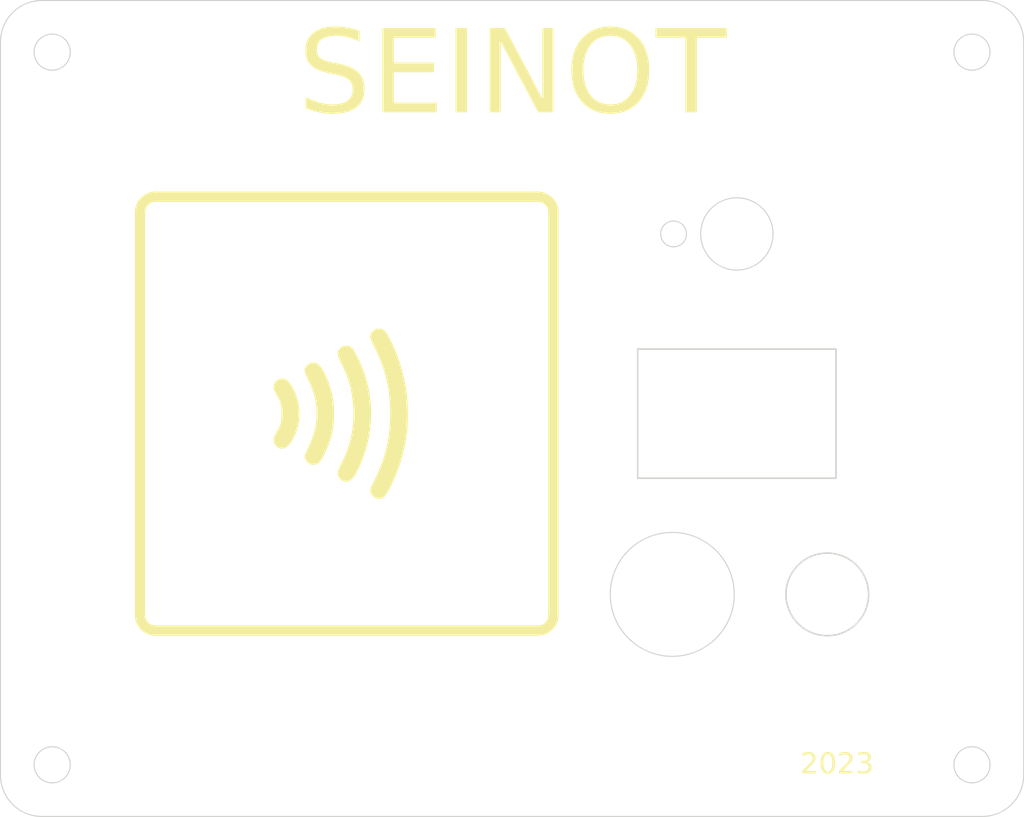
<source format=kicad_pcb>
(kicad_pcb (version 20221018) (generator pcbnew)

  (general
    (thickness 1.6)
  )

  (paper "A4")
  (layers
    (0 "F.Cu" jumper)
    (31 "B.Cu" signal)
    (32 "B.Adhes" user "B.Adhesive")
    (33 "F.Adhes" user "F.Adhesive")
    (34 "B.Paste" user)
    (35 "F.Paste" user)
    (36 "B.SilkS" user "B.Silkscreen")
    (37 "F.SilkS" user "F.Silkscreen")
    (38 "B.Mask" user)
    (39 "F.Mask" user)
    (40 "Dwgs.User" user "User.Drawings")
    (41 "Cmts.User" user "User.Comments")
    (42 "Eco1.User" user "User.Eco1")
    (43 "Eco2.User" user "User.Eco2")
    (44 "Edge.Cuts" user)
    (45 "Margin" user)
    (46 "B.CrtYd" user "B.Courtyard")
    (47 "F.CrtYd" user "F.Courtyard")
    (48 "B.Fab" user)
    (49 "F.Fab" user)
    (50 "User.1" user)
    (51 "User.2" user)
    (52 "User.3" user)
    (53 "User.4" user)
    (54 "User.5" user)
    (55 "User.6" user)
    (56 "User.7" user)
    (57 "User.8" user)
    (58 "User.9" user)
  )

  (setup
    (stackup
      (layer "F.SilkS" (type "Top Silk Screen") (color "White"))
      (layer "F.Paste" (type "Top Solder Paste"))
      (layer "F.Mask" (type "Top Solder Mask") (color "Black") (thickness 0.01))
      (layer "F.Cu" (type "copper") (thickness 0.035))
      (layer "dielectric 1" (type "core") (color "FR4 natural") (thickness 1.51) (material "FR4") (epsilon_r 4.5) (loss_tangent 0.02))
      (layer "B.Cu" (type "copper") (thickness 0.035))
      (layer "B.Mask" (type "Bottom Solder Mask") (color "Black") (thickness 0.01))
      (layer "B.Paste" (type "Bottom Solder Paste"))
      (layer "B.SilkS" (type "Bottom Silk Screen") (color "White"))
      (copper_finish "ENIG")
      (dielectric_constraints no)
    )
    (pad_to_mask_clearance 0)
    (pcbplotparams
      (layerselection 0x0001020_7ffffffe)
      (plot_on_all_layers_selection 0x0000000_00000000)
      (disableapertmacros false)
      (usegerberextensions false)
      (usegerberattributes true)
      (usegerberadvancedattributes true)
      (creategerberjobfile true)
      (dashed_line_dash_ratio 12.000000)
      (dashed_line_gap_ratio 3.000000)
      (svgprecision 4)
      (plotframeref false)
      (viasonmask false)
      (mode 1)
      (useauxorigin false)
      (hpglpennumber 1)
      (hpglpenspeed 20)
      (hpglpendiameter 15.000000)
      (dxfpolygonmode true)
      (dxfimperialunits true)
      (dxfusepcbnewfont true)
      (psnegative false)
      (psa4output false)
      (plotreference false)
      (plotvalue false)
      (plotinvisibletext false)
      (sketchpadsonfab false)
      (subtractmaskfromsilk false)
      (outputformat 5)
      (mirror false)
      (drillshape 0)
      (scaleselection 1)
      (outputdirectory "./")
    )
  )

  (net 0 "")

  (gr_arc (start -36 -19) (mid -35.56066 -20.06066) (end -34.5 -20.5)
    (stroke (width 1) (type default)) (layer "F.SilkS") (tstamp 025b0038-c804-47b9-9a10-da47150fc83a))
  (gr_poly
    (pts
      (xy -19.188897 -4.442485)
      (xy -19.147494 -4.440365)
      (xy -19.107248 -4.436746)
      (xy -19.068088 -4.431557)
      (xy -19.02994 -4.424729)
      (xy -18.992733 -4.41619)
      (xy -18.956393 -4.405872)
      (xy -18.920849 -4.393704)
      (xy -18.886027 -4.379615)
      (xy -18.851857 -4.363535)
      (xy -18.818264 -4.345395)
      (xy -18.785178 -4.325123)
      (xy -18.752524 -4.302651)
      (xy -18.720232 -4.277907)
      (xy -18.688229 -4.250821)
      (xy -18.656441 -4.221323)
      (xy -18.624797 -4.189344)
      (xy -18.593225 -4.154812)
      (xy -18.561652 -4.117658)
      (xy -18.530005 -4.077811)
      (xy -18.498213 -4.035202)
      (xy -18.466202 -3.989759)
      (xy -18.401236 -3.890094)
      (xy -18.334528 -3.778254)
      (xy -18.2655 -3.653679)
      (xy -18.193571 -3.515806)
      (xy -18.118163 -3.364073)
      (xy -18.003587 -3.12165)
      (xy -17.897627 -2.882555)
      (xy -17.800117 -2.646069)
      (xy -17.710893 -2.411474)
      (xy -17.629788 -2.178051)
      (xy -17.556637 -1.945081)
      (xy -17.491275 -1.711846)
      (xy -17.433537 -1.477627)
      (xy -17.383257 -1.241706)
      (xy -17.340271 -1.003365)
      (xy -17.304413 -0.761884)
      (xy -17.275517 -0.516545)
      (xy -17.253418 -0.266629)
      (xy -17.237951 -0.011419)
      (xy -17.228951 0.249805)
      (xy -17.226252 0.517761)
      (xy -17.22954 0.791619)
      (xy -17.238749 1.055737)
      (xy -17.254165 1.311316)
      (xy -17.276072 1.559554)
      (xy -17.304756 1.801652)
      (xy -17.340501 2.038808)
      (xy -17.383592 2.272223)
      (xy -17.434314 2.503095)
      (xy -17.492952 2.732626)
      (xy -17.55979 2.962013)
      (xy -17.635114 3.192456)
      (xy -17.719208 3.425156)
      (xy -17.812358 3.661311)
      (xy -17.914847 3.902121)
      (xy -18.026962 4.148786)
      (xy -18.148986 4.402505)
      (xy -18.219559 4.543337)
      (xy -18.286106 4.671219)
      (xy -18.349203 4.786774)
      (xy -18.409425 4.890624)
      (xy -18.46735 4.983391)
      (xy -18.523552 5.065697)
      (xy -18.578607 5.138164)
      (xy -18.633091 5.201414)
      (xy -18.68758 5.25607)
      (xy -18.742649 5.302752)
      (xy -18.798874 5.342084)
      (xy -18.856832 5.374688)
      (xy -18.917096 5.401184)
      (xy -18.980244 5.422197)
      (xy -19.046852 5.438346)
      (xy -19.117494 5.450256)
      (xy -19.140506 5.452791)
      (xy -19.16495 5.454317)
      (xy -19.19061 5.454866)
      (xy -19.217272 5.45447)
      (xy -19.244721 5.453162)
      (xy -19.272742 5.450974)
      (xy -19.30112 5.447938)
      (xy -19.32964 5.444087)
      (xy -19.358087 5.439453)
      (xy -19.386246 5.434069)
      (xy -19.413902 5.427966)
      (xy -19.440841 5.421178)
      (xy -19.466848 5.413736)
      (xy -19.491707 5.405673)
      (xy -19.515203 5.397022)
      (xy -19.537123 5.387814)
      (xy -19.583714 5.364859)
      (xy -19.629307 5.338559)
      (xy -19.673723 5.309133)
      (xy -19.716783 5.2768)
      (xy -19.758309 5.241781)
      (xy -19.798121 5.204295)
      (xy -19.83604 5.164561)
      (xy -19.871887 5.1228)
      (xy -19.905483 5.079232)
      (xy -19.936649 5.034076)
      (xy -19.965206 4.987551)
      (xy -19.990974 4.939878)
      (xy -20.013776 4.891277)
      (xy -20.033431 4.841966)
      (xy -20.04976 4.792167)
      (xy -20.062585 4.742098)
      (xy -20.068131 4.711261)
      (xy -20.071189 4.679425)
      (xy -20.071721 4.662946)
      (xy -20.071556 4.645995)
      (xy -20.070666 4.628498)
      (xy -20.069029 4.610379)
      (xy -20.063405 4.571982)
      (xy -20.054481 4.530211)
      (xy -20.042056 4.484472)
      (xy -20.025924 4.434173)
      (xy -20.005885 4.378718)
      (xy -19.981734 4.317516)
      (xy -19.953269 4.249971)
      (xy -19.920287 4.175491)
      (xy -19.882586 4.093482)
      (xy -19.839961 4.00335)
      (xy -19.792211 3.904502)
      (xy -19.739133 3.796345)
      (xy -19.546843 3.382166)
      (xy -19.379897 2.969734)
      (xy -19.238294 2.558886)
      (xy -19.122031 2.149457)
      (xy -19.031109 1.741284)
      (xy -18.965526 1.334205)
      (xy -18.925282 0.928055)
      (xy -18.910375 0.522672)
      (xy -18.920804 0.117892)
      (xy -18.956569 -0.286448)
      (xy -19.017669 -0.690512)
      (xy -19.104102 -1.094463)
      (xy -19.215867 -1.498464)
      (xy -19.352964 -1.90268)
      (xy -19.515392 -2.307272)
      (xy -19.703149 -2.712405)
      (xy -19.785789 -2.881794)
      (xy -19.857746 -3.034742)
      (xy -19.919096 -3.172632)
      (xy -19.969913 -3.296853)
      (xy -20.010275 -3.408789)
      (xy -20.040257 -3.509826)
      (xy -20.059934 -3.60135)
      (xy -20.065932 -3.643979)
      (xy -20.069382 -3.684748)
      (xy -20.070294 -3.723833)
      (xy -20.068678 -3.761406)
      (xy -20.064542 -3.79764)
      (xy -20.057896 -3.832708)
      (xy -20.04875 -3.866785)
      (xy -20.037114 -3.900042)
      (xy -20.022995 -3.932654)
      (xy -20.006405 -3.964793)
      (xy -19.965847 -4.028348)
      (xy -19.915515 -4.092091)
      (xy -19.855484 -4.157409)
      (xy -19.785832 -4.225689)
      (xy -19.750342 -4.258587)
      (xy -19.717048 -4.288095)
      (xy -19.685504 -4.314387)
      (xy -19.655262 -4.337639)
      (xy -19.625876 -4.358024)
      (xy -19.596901 -4.375719)
      (xy -19.582428 -4.383612)
      (xy -19.56789 -4.390899)
      (xy -19.553231 -4.397599)
      (xy -19.538396 -4.403737)
      (xy -19.523329 -4.409333)
      (xy -19.507974 -4.41441)
      (xy -19.492276 -4.418989)
      (xy -19.476177 -4.423092)
      (xy -19.442559 -4.429958)
      (xy -19.406673 -4.435183)
      (xy -19.368074 -4.438943)
      (xy -19.326314 -4.441412)
      (xy -19.280948 -4.442764)
      (xy -19.231529 -4.443177)
    )

    (stroke (width 0) (type solid)) (fill solid) (layer "F.SilkS") (tstamp 16b52e33-b24a-4004-8963-74fb91b8d7d2))
  (gr_line (start 4 -19) (end 4 20)
    (stroke (width 1) (type default)) (layer "F.SilkS") (tstamp 290fd2f5-a31c-464c-9583-416baca8c138))
  (gr_arc (start 4 20) (mid 3.56066 21.06066) (end 2.5 21.5)
    (stroke (width 1) (type default)) (layer "F.SilkS") (tstamp 3ddf1ae9-a4ba-43b2-9c24-92b92397b9b5))
  (gr_arc (start 2.5 -20.5) (mid 3.56066 -20.06066) (end 4 -19)
    (stroke (width 1) (type default)) (layer "F.SilkS") (tstamp 4c43eae2-aa18-4b16-a235-1135403f65ce))
  (gr_poly
    (pts
      (xy -12.804883 -7.73613)
      (xy -12.734806 -7.728846)
      (xy -12.666069 -7.716885)
      (xy -12.599335 -7.700294)
      (xy -12.535266 -7.679119)
      (xy -12.474525 -7.653407)
      (xy -12.417774 -7.623205)
      (xy -12.391102 -7.606434)
      (xy -12.365675 -7.588559)
      (xy -12.341578 -7.569584)
      (xy -12.318893 -7.549516)
      (xy -12.300383 -7.530231)
      (xy -12.278767 -7.504367)
      (xy -12.254311 -7.472361)
      (xy -12.227281 -7.434652)
      (xy -12.197944 -7.391678)
      (xy -12.166567 -7.343876)
      (xy -12.098759 -7.235539)
      (xy -12.025991 -7.113144)
      (xy -11.950394 -6.980193)
      (xy -11.874103 -6.840188)
      (xy -11.799251 -6.696632)
      (xy -11.656712 -6.409392)
      (xy -11.519931 -6.118801)
      (xy -11.388943 -5.824978)
      (xy -11.263786 -5.528038)
      (xy -11.144496 -5.228098)
      (xy -11.03111 -4.925275)
      (xy -10.923664 -4.619686)
      (xy -10.822194 -4.311447)
      (xy -10.726739 -4.000674)
      (xy -10.637334 -3.687485)
      (xy -10.554015 -3.371996)
      (xy -10.47682 -3.054324)
      (xy -10.405785 -2.734586)
      (xy -10.340947 -2.412897)
      (xy -10.282342 -2.089376)
      (xy -10.230007 -1.764138)
      (xy -10.175295 -1.319343)
      (xy -10.133147 -0.807871)
      (xy -10.103938 -0.253369)
      (xy -10.088042 0.320514)
      (xy -10.085831 0.890132)
      (xy -10.097681 1.431835)
      (xy -10.123963 1.921975)
      (xy -10.165053 2.336904)
      (xy -10.266157 3.009578)
      (xy -10.390359 3.665804)
      (xy -10.538222 4.307493)
      (xy -10.710309 4.93655)
      (xy -10.907181 5.554886)
      (xy -11.129402 6.164409)
      (xy -11.377535 6.767026)
      (xy -11.652143 7.364647)
      (xy -11.818368 7.698597)
      (xy -11.895865 7.846322)
      (xy -11.969864 7.981546)
      (xy -12.040547 8.104519)
      (xy -12.108098 8.215491)
      (xy -12.172702 8.31471)
      (xy -12.23454 8.402426)
      (xy -12.293797 8.478888)
      (xy -12.350657 8.544347)
      (xy -12.405302 8.59905)
      (xy -12.457916 8.643248)
      (xy -12.508684 8.677191)
      (xy -12.557788 8.701126)
      (xy -12.605411 8.715305)
      (xy -12.651738 8.719976)
      (xy -12.671368 8.720528)
      (xy -12.69316 8.722111)
      (xy -12.716388 8.724615)
      (xy -12.740324 8.72793)
      (xy -12.764242 8.731945)
      (xy -12.787413 8.736552)
      (xy -12.809112 8.741639)
      (xy -12.828612 8.747096)
      (xy -12.838713 8.749503)
      (xy -12.850658 8.75123)
      (xy -12.864297 8.752292)
      (xy -12.879476 8.752708)
      (xy -12.896043 8.752493)
      (xy -12.913846 8.751665)
      (xy -12.932733 8.750241)
      (xy -12.952552 8.748237)
      (xy -12.973151 8.74567)
      (xy -12.994378 8.742557)
      (xy -13.01608 8.738915)
      (xy -13.038106 8.734762)
      (xy -13.060303 8.730112)
      (xy -13.082519 8.724985)
      (xy -13.104602 8.719395)
      (xy -13.1264 8.713361)
      (xy -13.126401 8.713361)
      (xy -13.151222 8.705489)
      (xy -13.176025 8.696267)
      (xy -13.200769 8.685741)
      (xy -13.225416 8.673956)
      (xy -13.249926 8.66096)
      (xy -13.27426 8.646798)
      (xy -13.32224 8.615163)
      (xy -13.369042 8.579422)
      (xy -13.414349 8.539944)
      (xy -13.457845 8.497099)
      (xy -13.499216 8.451258)
      (xy -13.538144 8.402791)
      (xy -13.574316 8.352068)
      (xy -13.607414 8.299459)
      (xy -13.637124 8.245334)
      (xy -13.663129 8.190064)
      (xy -13.685114 8.134018)
      (xy -13.6945 8.105819)
      (xy -13.702763 8.077566)
      (xy -13.709863 8.049304)
      (xy -13.715761 8.021079)
      (xy -13.721663 7.984957)
      (xy -13.725425 7.949554)
      (xy -13.726823 7.914189)
      (xy -13.726565 7.896307)
      (xy -13.725631 7.878177)
      (xy -13.723993 7.859714)
      (xy -13.721623 7.840834)
      (xy -13.718492 7.821449)
      (xy -13.714573 7.801476)
      (xy -13.704255 7.759419)
      (xy -13.690444 7.71398)
      (xy -13.672913 7.664474)
      (xy -13.651438 7.610218)
      (xy -13.625792 7.550528)
      (xy -13.59575 7.48472)
      (xy -13.561085 7.41211)
      (xy -13.521572 7.332015)
      (xy -13.476986 7.243749)
      (xy -13.4271 7.14663)
      (xy -13.221976 6.73727)
      (xy -13.03166 6.331121)
      (xy -12.855935 5.927294)
      (xy -12.694583 5.524901)
      (xy -12.547388 5.123053)
      (xy -12.414133 4.720863)
      (xy -12.294599 4.317442)
      (xy -12.18857 3.911902)
      (xy -12.095829 3.503354)
      (xy -12.016158 3.09091)
      (xy -11.94934 2.673682)
      (xy -11.895157 2.250782)
      (xy -11.853394 1.82132)
      (xy -11.823832 1.38441)
      (xy -11.806254 0.939162)
      (xy -11.800443 0.484688)
      (xy -11.805607 0.046674)
      (xy -11.821307 -0.38033)
      (xy -11.847851 -0.79763)
      (xy -11.88555 -1.206531)
      (xy -11.934712 -1.608338)
      (xy -11.995647 -2.004358)
      (xy -12.068665 -2.395895)
      (xy -12.154075 -2.784255)
      (xy -12.252186 -3.170745)
      (xy -12.363309 -3.556668)
      (xy -12.487751 -3.943332)
      (xy -12.625824 -4.332041)
      (xy -12.777837 -4.724101)
      (xy -12.944098 -5.120817)
      (xy -13.124918 -5.523496)
      (xy -13.320605 -5.933442)
      (xy -13.405595 -6.108935)
      (xy -13.484881 -6.277239)
      (xy -13.556729 -6.434337)
      (xy -13.619403 -6.576214)
      (xy -13.67117 -6.698855)
      (xy -13.710294 -6.798245)
      (xy -13.73504 -6.870368)
      (xy -13.74148 -6.89495)
      (xy -13.743674 -6.911209)
      (xy -13.741415 -6.956425)
      (xy -13.734812 -7.003659)
      (xy -13.724129 -7.052455)
      (xy -13.709632 -7.102354)
      (xy -13.691584 -7.152898)
      (xy -13.670249 -7.203629)
      (xy -13.645891 -7.254088)
      (xy -13.618774 -7.303818)
      (xy -13.589164 -7.35236)
      (xy -13.557323 -7.399257)
      (xy -13.523515 -7.44405)
      (xy -13.488006 -7.486281)
      (xy -13.451059 -7.525492)
      (xy -13.412938 -7.561225)
      (xy -13.373908 -7.593022)
      (xy -13.334232 -7.620425)
      (xy -13.306295 -7.636966)
      (xy -13.277286 -7.652238)
      (xy -13.216381 -7.679001)
      (xy -13.152178 -7.70076)
      (xy -13.085339 -7.717562)
      (xy -13.016528 -7.729453)
      (xy -12.946406 -7.736481)
      (xy -12.875637 -7.738691)
    )

    (stroke (width 0) (type solid)) (fill solid) (layer "F.SilkS") (tstamp 50eccedb-3738-4c99-ba22-81f5211b27f0))
  (gr_line (start -34.5 -20.5) (end 2.5 -20.5)
    (stroke (width 1) (type default)) (layer "F.SilkS") (tstamp 7d9754ec-38ea-4b5b-b80e-73a1f8f5fd8e))
  (gr_arc (start -34.5 21.5) (mid -35.56066 21.06066) (end -36 20)
    (stroke (width 1) (type default)) (layer "F.SilkS") (tstamp 7f4be289-737c-4129-a060-ff8be80ac26e))
  (gr_line (start 2.5 21.5) (end -34.5 21.5)
    (stroke (width 1) (type default)) (layer "F.SilkS") (tstamp 9ad955a9-0bd6-47da-9ed9-c6b2b5a50cd6))
  (gr_poly
    (pts
      (xy -22.174146 -2.906025)
      (xy -22.141033 -2.9029)
      (xy -22.108369 -2.89813)
      (xy -22.076112 -2.891689)
      (xy -22.044225 -2.883552)
      (xy -22.012668 -2.873692)
      (xy -21.981401 -2.862085)
      (xy -21.950384 -2.848705)
      (xy -21.919579 -2.833525)
      (xy -21.888946 -2.816521)
      (xy -21.858445 -2.797667)
      (xy -21.828037 -2.776937)
      (xy -21.797683 -2.754305)
      (xy -21.767343 -2.729746)
      (xy -21.736977 -2.703235)
      (xy -21.706547 -2.674745)
      (xy -21.676013 -2.644251)
      (xy -21.614474 -2.577149)
      (xy -21.552046 -2.501723)
      (xy -21.488412 -2.417769)
      (xy -21.423257 -2.325081)
      (xy -21.356266 -2.223455)
      (xy -21.171651 -1.909895)
      (xy -21.011655 -1.585064)
      (xy -20.876277 -1.250595)
      (xy -20.765519 -0.908122)
      (xy -20.679381 -0.559278)
      (xy -20.617862 -0.205696)
      (xy -20.580963 0.150989)
      (xy -20.568684 0.509146)
      (xy -20.581025 0.867139)
      (xy -20.617986 1.223336)
      (xy -20.679569 1.576104)
      (xy -20.765771 1.923809)
      (xy -20.876595 2.264817)
      (xy -21.01204 2.597495)
      (xy -21.172107 2.92021)
      (xy -21.356795 3.231328)
      (xy -21.426768 3.334508)
      (xy -21.49771 3.428981)
      (xy -21.533534 3.472947)
      (xy -21.569587 3.514729)
      (xy -21.605866 3.554327)
      (xy -21.642367 3.591738)
      (xy -21.679085 3.626959)
      (xy -21.716017 3.659989)
      (xy -21.753158 3.690826)
      (xy -21.790503 3.719468)
      (xy -21.82805 3.745912)
      (xy -21.865794 3.770156)
      (xy -21.90373 3.792199)
      (xy -21.941855 3.812038)
      (xy -21.980164 3.829672)
      (xy -22.018654 3.845098)
      (xy -22.05732 3.858314)
      (xy -22.096158 3.869318)
      (xy -22.135164 3.878109)
      (xy -22.174334 3.884683)
      (xy -22.213664 3.889039)
      (xy -22.253149 3.891176)
      (xy -22.292787 3.89109)
      (xy -22.332571 3.88878)
      (xy -22.372499 3.884243)
      (xy -22.412566 3.877479)
      (xy -22.452768 3.868484)
      (xy -22.493101 3.857256)
      (xy -22.53356 3.843794)
      (xy -22.574143 3.828096)
      (xy -22.574143 3.828095)
      (xy -22.592848 3.819836)
      (xy -22.611684 3.810516)
      (xy -22.649611 3.788856)
      (xy -22.687648 3.763441)
      (xy -22.725522 3.734599)
      (xy -22.762957 3.702658)
      (xy -22.799678 3.667944)
      (xy -22.835411 3.630784)
      (xy -22.869881 3.591507)
      (xy -22.902813 3.55044)
      (xy -22.933932 3.507908)
      (xy -22.962964 3.464241)
      (xy -22.989634 3.419766)
      (xy -23.013666 3.374809)
      (xy -23.034787 3.329698)
      (xy -23.052721 3.28476)
      (xy -23.067194 3.240322)
      (xy -23.079679 3.191614)
      (xy -23.088809 3.143684)
      (xy -23.094437 3.09604)
      (xy -23.096418 3.04819)
      (xy -23.095995 3.024033)
      (xy -23.094605 2.99964)
      (xy -23.092231 2.974949)
      (xy -23.088853 2.949899)
      (xy -23.079015 2.898473)
      (xy -23.064945 2.84487)
      (xy -23.046497 2.788598)
      (xy -23.023525 2.729163)
      (xy -22.995882 2.666074)
      (xy -22.963423 2.598837)
      (xy -22.926002 2.52696)
      (xy -22.883472 2.44995)
      (xy -22.835688 2.367315)
      (xy -22.782502 2.278563)
      (xy -22.713968 2.163505)
      (xy -22.652032 2.05416)
      (xy -22.596394 1.949386)
      (xy -22.546754 1.848044)
      (xy -22.502812 1.748994)
      (xy -22.464266 1.651094)
      (xy -22.430817 1.553205)
      (xy -22.402164 1.454187)
      (xy -22.378007 1.352899)
      (xy -22.358045 1.248202)
      (xy -22.341978 1.138954)
      (xy -22.329507 1.024016)
      (xy -22.320329 0.902247)
      (xy -22.314146 0.772508)
      (xy -22.310656 0.633657)
      (xy -22.309559 0.484555)
      (xy -22.310656 0.335475)
      (xy -22.314146 0.196641)
      (xy -22.320329 0.066913)
      (xy -22.329507 -0.054849)
      (xy -22.341978 -0.169785)
      (xy -22.358045 -0.279033)
      (xy -22.378007 -0.383734)
      (xy -22.402164 -0.485027)
      (xy -22.430817 -0.584052)
      (xy -22.464266 -0.681948)
      (xy -22.502812 -0.779856)
      (xy -22.546754 -0.878915)
      (xy -22.596394 -0.980264)
      (xy -22.652032 -1.085044)
      (xy -22.713968 -1.194393)
      (xy -22.782502 -1.309452)
      (xy -22.831095 -1.391265)
      (xy -22.878548 -1.474713)
      (xy -22.923673 -1.55746)
      (xy -22.96528 -1.637171)
      (xy -23.00218 -1.711513)
      (xy -23.033185 -1.778149)
      (xy -23.057104 -1.834745)
      (xy -23.066036 -1.858549)
      (xy -23.07275 -1.878968)
      (xy -23.082968 -1.918207)
      (xy -23.090495 -1.957902)
      (xy -23.095397 -1.997957)
      (xy -23.097738 -2.038279)
      (xy -23.097582 -2.078772)
      (xy -23.094993 -2.119342)
      (xy -23.090036 -2.159894)
      (xy -23.082775 -2.200335)
      (xy -23.073274 -2.240569)
      (xy -23.061598 -2.280503)
      (xy -23.04781 -2.320041)
      (xy -23.031976 -2.359089)
      (xy -23.014159 -2.397553)
      (xy -22.994423 -2.435338)
      (xy -22.972834 -2.47235)
      (xy -22.949454 -2.508494)
      (xy -22.924349 -2.543675)
      (xy -22.897583 -2.5778)
      (xy -22.869221 -2.610773)
      (xy -22.839325 -2.642501)
      (xy -22.807961 -2.672888)
      (xy -22.775193 -2.70184)
      (xy -22.741086 -2.729263)
      (xy -22.705703 -2.755063)
      (xy -22.669109 -2.779144)
      (xy -22.631367 -2.801412)
      (xy -22.592544 -2.821773)
      (xy -22.552702 -2.840132)
      (xy -22.511906 -2.856394)
      (xy -22.47022 -2.870466)
      (xy -22.427709 -2.882253)
      (xy -22.384437 -2.89166)
      (xy -22.347808 -2.897868)
      (xy -22.311864 -2.902585)
      (xy -22.276566 -2.905785)
      (xy -22.241873 -2.907441)
      (xy -22.207746 -2.90753)
    )

    (stroke (width 0) (type solid)) (fill solid) (layer "F.SilkS") (tstamp d1fa839b-858e-45a9-aa41-09eda70084a4))
  (gr_poly
    (pts
      (xy -15.995002 -6.085741)
      (xy -15.951059 -6.082821)
      (xy -15.907386 -6.077887)
      (xy -15.864108 -6.070929)
      (xy -15.821353 -6.061933)
      (xy -15.779245 -6.050889)
      (xy -15.73791 -6.037785)
      (xy -15.697474 -6.022609)
      (xy -15.658064 -6.00535)
      (xy -15.619805 -5.985997)
      (xy -15.582823 -5.964537)
      (xy -15.547243 -5.94096)
      (xy -15.513193 -5.915253)
      (xy -15.480796 -5.887405)
      (xy -15.431555 -5.832562)
      (xy -15.372159 -5.750113)
      (xy -15.30398 -5.642924)
      (xy -15.22839 -5.513861)
      (xy -15.146763 -5.365791)
      (xy -15.060471 -5.20158)
      (xy -14.879382 -4.836199)
      (xy -14.696104 -4.44065)
      (xy -14.521618 -4.037862)
      (xy -14.366904 -3.650767)
      (xy -14.300393 -3.470269)
      (xy -14.242943 -3.302294)
      (xy -14.081813 -2.767954)
      (xy -13.945666 -2.229411)
      (xy -13.834471 -1.68735)
      (xy -13.748195 -1.142455)
      (xy -13.686807 -0.595409)
      (xy -13.650275 -0.046897)
      (xy -13.638566 0.502397)
      (xy -13.651649 1.051789)
      (xy -13.689492 1.600595)
      (xy -13.752062 2.148131)
      (xy -13.839329 2.693712)
      (xy -13.951259 3.236656)
      (xy -14.087821 3.776277)
      (xy -14.248982 4.311892)
      (xy -14.434712 4.842816)
      (xy -14.644978 5.368366)
      (xy -14.75692 5.624615)
      (xy -14.865141 5.858286)
      (xy -14.970164 6.069922)
      (xy -15.072511 6.260064)
      (xy -15.172707 6.429253)
      (xy -15.271275 6.57803)
      (xy -15.368736 6.706936)
      (xy -15.465616 6.816513)
      (xy -15.562437 6.907303)
      (xy -15.659722 6.979845)
      (xy -15.708702 7.009443)
      (xy -15.757995 7.034682)
      (xy -15.807665 7.05563)
      (xy -15.857778 7.072355)
      (xy -15.9084 7.084924)
      (xy -15.959595 7.093404)
      (xy -16.01143 7.097865)
      (xy -16.06397 7.098372)
      (xy -16.171425 7.087799)
      (xy -16.282484 7.062227)
      (xy -16.282484 7.062228)
      (xy -16.320206 7.050055)
      (xy -16.35721 7.035749)
      (xy -16.393442 7.019401)
      (xy -16.428847 7.001104)
      (xy -16.463371 6.98095)
      (xy -16.49696 6.959033)
      (xy -16.529559 6.935444)
      (xy -16.561115 6.910275)
      (xy -16.591572 6.88362)
      (xy -16.620876 6.855571)
      (xy -16.648973 6.82622)
      (xy -16.675809 6.795659)
      (xy -16.701328 6.763982)
      (xy -16.725478 6.731279)
      (xy -16.748203 6.697645)
      (xy -16.769449 6.663171)
      (xy -16.789162 6.62795)
      (xy -16.807288 6.592074)
      (xy -16.823771 6.555636)
      (xy -16.838558 6.518727)
      (xy -16.851595 6.481441)
      (xy -16.862826 6.443871)
      (xy -16.872198 6.406107)
      (xy -16.879657 6.368243)
      (xy -16.885147 6.330372)
      (xy -16.888615 6.292585)
      (xy -16.890006 6.254975)
      (xy -16.889265 6.217635)
      (xy -16.88634 6.180657)
      (xy -16.881174 6.144133)
      (xy -16.873714 6.108157)
      (xy -16.863906 6.072819)
      (xy -16.845903 6.024295)
      (xy -16.814389 5.949017)
      (xy -16.771109 5.850779)
      (xy -16.717806 5.733375)
      (xy -16.588109 5.456243)
      (xy -16.43925 5.147968)
      (xy -16.282358 4.814428)
      (xy -16.1374 4.478137)
      (xy -16.004421 4.139331)
      (xy -15.883466 3.798248)
      (xy -15.77458 3.455126)
      (xy -15.67781 3.110202)
      (xy -15.593201 2.763714)
      (xy -15.520798 2.415898)
      (xy -15.460647 2.066992)
      (xy -15.412794 1.717234)
      (xy -15.377284 1.36686)
      (xy -15.354162 1.016109)
      (xy -15.343475 0.665218)
      (xy -15.345267 0.314424)
      (xy -15.359584 -0.036036)
      (xy -15.386472 -0.385924)
      (xy -15.447651 -0.935764)
      (xy -15.48383 -1.194507)
      (xy -15.524298 -1.444443)
      (xy -15.569476 -1.687058)
      (xy -15.619786 -1.923835)
      (xy -15.675651 -2.156258)
      (xy -15.737492 -2.38581)
      (xy -15.805731 -2.613977)
      (xy -15.88079 -2.842242)
      (xy -15.963091 -3.072089)
      (xy -16.053055 -3.305002)
      (xy -16.151105 -3.542465)
      (xy -16.257662 -3.785962)
      (xy -16.497987 -4.296995)
      (xy -16.651525 -4.617058)
      (xy -16.713295 -4.752713)
      (xy -16.765361 -4.874142)
      (xy -16.807943 -4.982861)
      (xy -16.841264 -5.080389)
      (xy -16.865544 -5.168243)
      (xy -16.881005 -5.24794)
      (xy -16.887867 -5.321)
      (xy -16.886354 -5.388938)
      (xy -16.876685 -5.453274)
      (xy -16.859081 -5.515525)
      (xy -16.833766 -5.577208)
      (xy -16.800958 -5.639842)
      (xy -16.760881 -5.704944)
      (xy -16.713755 -5.774031)
      (xy -16.688604 -5.80717)
      (xy -16.661331 -5.838516)
      (xy -16.632061 -5.868056)
      (xy -16.600922 -5.895779)
      (xy -16.568038 -5.921674)
      (xy -16.533535 -5.945729)
      (xy -16.49754 -5.967933)
      (xy -16.460179 -5.988273)
      (xy -16.421576 -6.006739)
      (xy -16.381859 -6.023319)
      (xy -16.341152 -6.038)
      (xy -16.299583 -6.050772)
      (xy -16.257276 -6.061624)
      (xy -16.214357 -6.070542)
      (xy -16.170954 -6.077517)
      (xy -16.12719 -6.082535)
      (xy -16.083193 -6.085587)
      (xy -16.039088 -6.086659)
    )

    (stroke (width 0) (type solid)) (fill solid) (layer "F.SilkS") (tstamp dff5c421-b0f8-4da4-86ce-73c512349278))
  (gr_line (start -36 20) (end -36 -19)
    (stroke (width 1) (type default)) (layer "F.SilkS") (tstamp e2f80883-1d62-4378-9c88-abee975e959d))
  (gr_line (start -37.5 27.5) (end -37.5 -27.5)
    (stroke (width 0.15) (type default)) (layer "Dwgs.User") (tstamp 48fb9396-30ff-4d9b-a295-46b5d32afe1e))
  (gr_line (start -37.5 -27.5) (end 37.5 -27.5)
    (stroke (width 0.15) (type default)) (layer "Dwgs.User") (tstamp 5ef2eb9f-f9b3-4eee-9c48-de2c6b5fda25))
  (gr_line (start 37.5 27.5) (end -37.5 27.5)
    (stroke (width 0.15) (type default)) (layer "Dwgs.User") (tstamp 823072d2-fff8-45ce-9c8b-1ba952715f29))
  (gr_line (start 37.5 -27.5) (end 37.5 27.5)
    (stroke (width 0.15) (type default)) (layer "Dwgs.User") (tstamp fc3f0a5f-df49-4b38-af3c-7f6f876c0bee))
  (gr_rect (start -36.5 -21) (end 4.5 22)
    (stroke (width 0.1) (type default)) (fill none) (layer "Dwgs.User") (tstamp fdf67b9f-d67e-4db0-b7c1-5cc62a9b0d9e))
  (gr_line (start 45.5 39.5) (end -45.5 39.5)
    (stroke (width 0.1) (type default)) (layer "Edge.Cuts") (tstamp 0081ffb5-4e16-48a0-9df0-1784328a327f))
  (gr_circle (center 30.5 18) (end 34.5 18)
    (stroke (width 0.15) (type default)) (fill none) (layer "Edge.Cuts") (tstamp 3d8d3365-68ae-4314-bf91-08977f57f873))
  (gr_arc (start -45.5 39.5) (mid -48.328427 38.328427) (end -49.5 35.5)
    (stroke (width 0.1) (type default)) (layer "Edge.Cuts") (tstamp 4d584780-cd8a-4c8c-9421-0a1d31119dc5))
  (gr_line (start 49.5 -35.5) (end 49.5 35.5)
    (stroke (width 0.1) (type default)) (layer "Edge.Cuts") (tstamp 50aa6f70-c614-4cd8-9754-89c37e2e96b8))
  (gr_arc (start 45.5 -39.5) (mid 48.328427 -38.328427) (end 49.5 -35.5)
    (stroke (width 0.1) (type default)) (layer "Edge.Cuts") (tstamp 665bea5f-afb3-40fa-ab35-beeb1c8c7034))
  (gr_circle (center -44.5 -34.5) (end -42.75 -34.5)
    (stroke (width 0.1) (type default)) (fill none) (layer "Edge.Cuts") (tstamp 67df3721-e5b5-4c29-a379-bfd462dc1fd6))
  (gr_rect (start 12.15 -5.75) (end 31.35 6.75)
    (stroke (width 0.15) (type default)) (fill none) (layer "Edge.Cuts") (tstamp 73254930-970f-483e-b79c-8001240a3ebb))
  (gr_arc (start -49.5 -35.5) (mid -48.328427 -38.328427) (end -45.5 -39.5)
    (stroke (width 0.1) (type default)) (layer "Edge.Cuts") (tstamp 8507c8a6-7e55-4864-9ace-b710540f047c))
  (gr_circle (center -44.5 34.5) (end -42.75 34.5)
    (stroke (width 0.1) (type default)) (fill none) (layer "Edge.Cuts") (tstamp 9cbbac0d-d70b-4197-b573-8a0d0e871e5e))
  (gr_line (start -49.5 -35.5) (end -49.5 35.5)
    (stroke (width 0.1) (type default)) (layer "Edge.Cuts") (tstamp ae283fdc-fb2e-4b7d-8f28-df62db479cff))
  (gr_line (start -45.5 -39.5) (end 45.5 -39.5)
    (stroke (width 0.1) (type default)) (layer "Edge.Cuts") (tstamp b132248d-5b53-44fc-bb2b-12922f60f51c))
  (gr_circle (center 44.5 -34.5) (end 46.25 -34.5)
    (stroke (width 0.1) (type default)) (fill none) (layer "Edge.Cuts") (tstamp bd8c5c72-c8a0-47e2-b348-10c10e76220e))
  (gr_arc (start 49.5 35.5) (mid 48.328427 38.328427) (end 45.5 39.5)
    (stroke (width 0.1) (type default)) (layer "Edge.Cuts") (tstamp d2462e94-e1df-49f2-8b5b-4491ad313228))
  (gr_circle (center 15.5 18) (end 21.5 18)
    (stroke (width 0.1) (type default)) (fill none) (layer "Edge.Cuts") (tstamp d4e9854a-d860-4ef9-a4cb-255b8fbda800))
  (gr_circle (center 15.625 -16.9) (end 16.875 -16.9)
    (stroke (width 0.1) (type default)) (fill none) (layer "Edge.Cuts") (tstamp db9c12ae-d59b-41f5-98ca-01d896805855))
  (gr_circle (center 44.5 34.5) (end 46.25 34.5)
    (stroke (width 0.1) (type default)) (fill none) (layer "Edge.Cuts") (tstamp e029d18d-0f95-492b-90bc-6ddc625aab45))
  (gr_circle (center 21.75 -16.9) (end 21.75 -20.4)
    (stroke (width 0.1) (type default)) (fill none) (layer "Edge.Cuts") (tstamp e4e3a88b-b8d2-4770-ac05-a458e50acce9))
  (gr_circle (center 21.75 -16.9) (end 21.75 -25.4)
    (stroke (width 0.05) (type default)) (fill none) (layer "F.CrtYd") (tstamp 42795fc1-aa38-4463-a88a-10141e413f3a))
  (gr_circle (center 30.5 18) (end 36 18)
    (stroke (width 0.05) (type default)) (fill none) (layer "F.CrtYd") (tstamp 9cd1a2d2-dfa3-4c2b-8944-e79fc9ce9164))
  (gr_circle (center 15.5 18) (end 23.5 18)
    (stroke (width 0.05) (type default)) (fill none) (layer "F.CrtYd") (tstamp b37d0c58-22ab-4bad-9013-5cbb8695c1b6))
  (gr_rect (start 11.25 -7) (end 32.25 8)
    (stroke (width 0.05) (type default)) (fill none) (layer "F.CrtYd") (tstamp b9adac84-b560-4bc3-b773-ef7ad06d0e7e))
  (gr_text "SEINOT" (at 0 -32) (layer "F.SilkS") (tstamp 58275106-fc07-4a4e-b4ff-7d9ef988f858)
    (effects (font (face "Noto Sans") (size 8 8) (thickness 0.8)))
    (render_cache "SEINOT" 0
      (polygon
        (pts
          (xy -13.998045 -30.837152)          (xy -14.001083 -30.704193)          (xy -14.010196 -30.574958)          (xy -14.025385 -30.449447)
          (xy -14.046649 -30.327662)          (xy -14.073989 -30.209601)          (xy -14.107405 -30.095265)          (xy -14.146896 -29.984653)
          (xy -14.192462 -29.877766)          (xy -14.244104 -29.774604)          (xy -14.301822 -29.675167)          (xy -14.365615 -29.579454)
          (xy -14.435484 -29.487466)          (xy -14.511428 -29.399203)          (xy -14.593448 -29.314665)          (xy -14.681543 -29.233851)
          (xy -14.775714 -29.156762)          (xy -14.874793 -29.083886)          (xy -14.9781 -29.015711)          (xy -15.085635 -28.952239)
          (xy -15.197399 -28.893468)          (xy -15.313392 -28.839398)          (xy -15.433613 -28.790031)          (xy -15.558062 -28.745365)
          (xy -15.68674 -28.705401)          (xy -15.819646 -28.670138)          (xy -15.956781 -28.639577)          (xy -16.098144 -28.613718)
          (xy -16.243736 -28.592561)          (xy -16.393556 -28.576105)          (xy -16.547604 -28.564351)          (xy -16.626214 -28.560237)
          (xy -16.705881 -28.557298)          (xy -16.786606 -28.555535)          (xy -16.868387 -28.554947)          (xy -16.952498 -28.555314)
          (xy -17.035815 -28.556413)          (xy -17.118339 -28.558244)          (xy -17.200069 -28.560809)          (xy -17.281005 -28.564106)
          (xy -17.361147 -28.568136)          (xy -17.440495 -28.572899)          (xy -17.51905 -28.578394)          (xy -17.635393 -28.588012)
          (xy -17.749951 -28.599277)          (xy -17.862722 -28.612192)          (xy -17.973708 -28.626755)          (xy -18.082907 -28.642966)
          (xy -18.11891 -28.648736)          (xy -18.224589 -28.666608)          (xy -18.326937 -28.685785)          (xy -18.425952 -28.706267)
          (xy -18.521636 -28.728054)          (xy -18.613989 -28.751147)          (xy -18.703009 -28.775544)          (xy -18.788699 -28.801247)
          (xy -18.871056 -28.828255)          (xy -18.950082 -28.856568)          (xy -19.025776 -28.886186)          (xy -19.074388 -28.906657)
          (xy -19.074388 -29.854319)          (xy -18.996816 -29.82019)          (xy -18.915775 -29.786679)          (xy -18.831266 -29.753786)
          (xy -18.743287 -29.721512)          (xy -18.651839 -29.689856)          (xy -18.556922 -29.658818)          (xy -18.458536 -29.628398)
          (xy -18.356681 -29.598597)          (xy -18.251357 -29.569414)          (xy -18.142564 -29.540849)          (xy -18.068108 -29.522149)
          (xy -17.954907 -29.49561)          (xy -17.840985 -29.471682)          (xy -17.726341 -29.450364)          (xy -17.610977 -29.431657)
          (xy -17.494891 -29.41556)          (xy -17.417099 -29.406279)          (xy -17.338988 -29.398157)          (xy -17.260555 -29.391197)
          (xy -17.181802 -29.385396)          (xy -17.102728 -29.380755)          (xy -17.023334 -29.377275)          (xy -16.943619 -29.374954)
          (xy -16.863584 -29.373794)          (xy -16.823446 -29.373649)          (xy -16.712591 -29.375023)          (xy -16.605215 -29.379145)
          (xy -16.50132 -29.386014)          (xy -16.400906 -29.395631)          (xy -16.303972 -29.407996)          (xy -16.210519 -29.423108)
          (xy -16.120546 -29.440969)          (xy -16.034053 -29.461577)          (xy -15.951041 -29.484932)          (xy -15.87151 -29.511036)
          (xy -15.795459 -29.539887)          (xy -15.722888 -29.571486)          (xy -15.620558 -29.624036)          (xy -15.526059 -29.682769)
          (xy -15.46741 -29.725359)          (xy -15.386048 -29.793485)          (xy -15.31269 -29.865974)          (xy -15.247334 -29.942825)
          (xy -15.189981 -30.024037)          (xy -15.14063 -30.109612)          (xy -15.099283 -30.199549)          (xy -15.065938 -30.293847)
          (xy -15.040596 -30.392508)          (xy -15.023256 -30.495531)          (xy -15.01392 -30.602916)          (xy -15.012141 -30.676929)
          (xy -15.014797 -30.774138)          (xy -15.022766 -30.867438)          (xy -15.036047 -30.956831)          (xy -15.05464 -31.042316)
          (xy -15.078545 -31.123893)          (xy -15.107762 -31.201563)          (xy -15.142292 -31.275324)          (xy -15.182134 -31.345177)
          (xy -15.22793 -31.412466)          (xy -15.281297 -31.478534)          (xy -15.342235 -31.543381)          (xy -15.410746 -31.607006)
          (xy -15.486827 -31.66941)          (xy -15.57048 -31.730593)          (xy -15.638189 -31.775678)          (xy -15.710157 -31.820077)
          (xy -15.760501 -31.849295)          (xy -15.840271 -31.89315)          (xy -15.925709 -31.93752)          (xy -16.016813 -31.982405)
          (xy -16.113585 -32.027806)          (xy -16.216024 -32.073721)          (xy -16.32413 -32.120152)          (xy -16.399349 -32.151393)
          (xy -16.477087 -32.182862)          (xy -16.557344 -32.21456)          (xy -16.640119 -32.246487)          (xy -16.725413 -32.278643)
          (xy -16.813226 -32.311028)          (xy -16.903558 -32.343642)          (xy -17.029587 -32.390957)          (xy -17.151709 -32.439599)
          (xy -17.269922 -32.48957)          (xy -17.384228 -32.540868)          (xy -17.494626 -32.593495)          (xy -17.601115 -32.64745)
          (xy -17.703697 -32.702733)          (xy -17.802372 -32.759344)          (xy -17.897138 -32.817283)          (xy -17.987996 -32.87655)
          (xy -18.074947 -32.937145)          (xy -18.157989 -32.999068)          (xy -18.237124 -33.062319)          (xy -18.312351 -33.126898)
          (xy -18.38367 -33.192806)          (xy -18.451081 -33.260041)          (xy -18.514256 -33.329727)          (xy -18.573355 -33.402496)
          (xy -18.628378 -33.478349)          (xy -18.679326 -33.557285)          (xy -18.726197 -33.639305)          (xy -18.768993 -33.724408)
          (xy -18.807713 -33.812595)          (xy -18.842358 -33.903866)          (xy -18.872926 -33.99822)          (xy -18.899419 -34.095657)
          (xy -18.921836 -34.196178)          (xy -18.940177 -34.299783)          (xy -18.954442 -34.406471)          (xy -18.964632 -34.516243)
          (xy -18.970745 -34.629099)          (xy -18.972783 -34.745038)          (xy -18.971509 -34.82515)          (xy -18.967685 -34.903796)
          (xy -18.957169 -35.019017)          (xy -18.940917 -35.130942)          (xy -18.91893 -35.239569)          (xy -18.891206 -35.344898)
          (xy -18.857747 -35.446931)          (xy -18.818552 -35.545666)          (xy -18.77362 -35.641104)          (xy -18.722953 -35.733244)
          (xy -18.66655 -35.822088)          (xy -18.646475 -35.850969)          (xy -18.583077 -35.93521)          (xy -18.515248 -36.015742)
          (xy -18.442988 -36.092564)          (xy -18.366298 -36.165676)          (xy -18.285177 -36.23508)          (xy -18.199625 -36.300773)
          (xy -18.109642 -36.362757)          (xy -18.015229 -36.421032)          (xy -17.916385 -36.475598)          (xy -17.813111 -36.526454)
          (xy -17.741799 -36.558297)          (xy -17.66858 -36.588583)          (xy -17.594002 -36.616915)          (xy -17.518065 -36.643293)
          (xy -17.44077 -36.667718)          (xy -17.362116 -36.690188)          (xy -17.282104 -36.710704)          (xy -17.200733 -36.729267)
          (xy -17.118003 -36.745875)          (xy -17.033915 -36.76053)          (xy -16.948468 -36.77323)          (xy -16.861663 -36.783977)
          (xy -16.773499 -36.79277)          (xy -16.683976 -36.799609)          (xy -16.593095 -36.804494)          (xy -16.500855 -36.807424)
          (xy -16.407256 -36.808401)          (xy -16.324657 -36.807951)          (xy -16.242942 -36.8066)          (xy -16.162113 -36.804349)
          (xy -16.082169 -36.801196)          (xy -16.003111 -36.797143)          (xy -15.924938 -36.79219)          (xy -15.809338 -36.783071)
          (xy -15.695731 -36.771925)          (xy -15.584116 -36.758753)          (xy -15.474493 -36.743555)          (xy -15.366862 -36.72633)
          (xy -15.261223 -36.707079)          (xy -15.191904 -36.693119)          (xy -15.089465 -36.671234)          (xy -14.988778 -36.648079)
          (xy -14.889842 -36.623653)          (xy -14.792659 -36.597956)          (xy -14.697226 -36.570988)          (xy -14.603546 -36.542749)
          (xy -14.511617 -36.51324)          (xy -14.42144 -36.482459)          (xy -14.333015 -36.450408)          (xy -14.246341 -36.417086)
          (xy -14.189531 -36.394166)          (xy -14.50607 -35.516845)          (xy -14.584758 -35.553665)          (xy -14.664752 -35.589385)
          (xy -14.74605 -35.624007)          (xy -14.828654 -35.657529)          (xy -14.912563 -35.689952)          (xy -14.997777 -35.721277)
          (xy -15.084296 -35.751502)          (xy -15.17212 -35.780628)          (xy -15.26125 -35.808654)          (xy -15.351685 -35.835582)
          (xy -15.4127 -35.852923)          (xy -15.504651 -35.877367)          (xy -15.597324 -35.899406)          (xy -15.690719 -35.919041)
          (xy -15.784834 -35.936271)          (xy -15.879671 -35.951098)          (xy -15.975229 -35.96352)          (xy -16.071508 -35.973537)
          (xy -16.168509 -35.981151)          (xy -16.266231 -35.98636)          (xy -16.364674 -35.989165)          (xy -16.430704 -35.989699)
          (xy -16.523531 -35.988432)          (xy -16.613458 -35.984631)          (xy -16.700485 -35.978296)          (xy -16.784612 -35.969427)
          (xy -16.865838 -35.958024)          (xy -16.944163 -35.944087)          (xy -17.056213 -35.91843)          (xy -17.161738 -35.887072)
          (xy -17.260736 -35.850012)          (xy -17.353209 -35.80725)          (xy -17.439156 -35.758787)          (xy -17.518577 -35.704622)
          (xy -17.567898 -35.665345)          (xy -17.635991 -35.60304)          (xy -17.697385 -35.537026)          (xy -17.752082 -35.467302)
          (xy -17.800082 -35.393869)          (xy -17.841384 -35.316726)          (xy -17.875988 -35.235874)          (xy -17.903895 -35.151313)
          (xy -17.925104 -35.063042)          (xy -17.939615 -34.971062)          (xy -17.947429 -34.875372)          (xy -17.948917 -34.809518)
          (xy -17.946292 -34.709531)          (xy -17.938415 -34.613757)          (xy -17.925287 -34.522197)          (xy -17.906908 -34.434849)
          (xy -17.883277 -34.351715)          (xy -17.854395 -34.272794)          (xy -17.820262 -34.198087)          (xy -17.780878 -34.127592)
          (xy -17.735083 -34.060547)          (xy -17.682693 -33.995212)          (xy -17.623708 -33.931587)          (xy -17.558129 -33.869672)
          (xy -17.485955 -33.809466)          (xy -17.407187 -33.750969)          (xy -17.321824 -33.694183)          (xy -17.253474 -33.652715)
          (xy -17.229866 -33.639106)          (xy -17.155689 -33.598497)          (xy -17.076772 -33.55727)          (xy -16.993115 -33.515424)
          (xy -16.904718 -33.47296)          (xy -16.811581 -33.429878)          (xy -16.713705 -33.386178)          (xy -16.611089 -33.341859)
          (xy -16.503732 -33.296922)          (xy -16.429528 -33.266621)          (xy -16.353218 -33.236045)          (xy -16.2748 -33.205194)
          (xy -16.194277 -33.174068)          (xy -16.106479 -33.141423)          (xy -16.020406 -33.108458)          (xy -15.936059 -33.075172)
          (xy -15.853436 -33.041566)          (xy -15.772538 -33.007639)          (xy -15.693365 -32.973392)          (xy -15.615917 -32.938824)
          (xy -15.540194 -32.903935)          (xy -15.466196 -32.868726)          (xy -15.393923 -32.833196)          (xy -15.323375 -32.797346)
          (xy -15.220788 -32.74297)          (xy -15.122081 -32.687872)          (xy -15.027256 -32.632053)          (xy -14.99651 -32.613286)
          (xy -14.90663 -32.555819)          (xy -14.820907 -32.496256)          (xy -14.739339 -32.434598)          (xy -14.661928 -32.370845)
          (xy -14.588672 -32.304997)          (xy -14.519572 -32.237053)          (xy -14.454628 -32.167015)          (xy -14.393841 -32.094881)
          (xy -14.337209 -32.020652)          (xy -14.284733 -31.944328)          (xy -14.252058 -31.892281)          (xy -14.206663 -31.811624)
          (xy -14.165733 -31.727189)          (xy -14.129268 -31.638975)          (xy -14.097269 -31.546983)          (xy -14.069734 -31.451213)
          (xy -14.046665 -31.351665)          (xy -14.02806 -31.248339)          (xy -14.013921 -31.141235)          (xy -14.004246 -31.030352)
          (xy -13.999037 -30.915692)
        )
      )
      (polygon
        (pts
          (xy -7.923237 -28.68)          (xy -12.413397 -28.68)          (xy -12.413397 -36.683349)          (xy -7.923237 -36.683349)
          (xy -7.923237 -35.864647)          (xy -11.401255 -35.864647)          (xy -11.401255 -33.250272)          (xy -8.126447 -33.250272)
          (xy -8.126447 -32.43157)          (xy -11.401255 -32.43157)          (xy -11.401255 -29.498702)          (xy -7.923237 -29.498702)
        )
      )
      (polygon
        (pts
          (xy -3.931332 -28.68)          (xy -6.834891 -28.68)          (xy -6.834891 -29.256413)          (xy -5.889182 -29.465484)
          (xy -5.889182 -35.772812)          (xy -6.834891 -35.995561)          (xy -6.834891 -36.683349)          (xy -3.931332 -36.683349)
          (xy -3.931332 -35.995561)          (xy -4.875086 -35.772812)          (xy -4.875086 -29.465484)          (xy -3.931332 -29.256413)
        )
      )
      (polygon
        (pts
          (xy 3.968458 -28.68)          (xy 2.786322 -28.68)          (xy -1.512351 -35.233524)          (xy -1.557291 -35.233524)
          (xy -1.551735 -35.133872)          (xy -1.547327 -35.055287)          (xy -1.542713 -34.973405)          (xy -1.537893 -34.888225)
          (xy -1.532867 -34.799748)          (xy -1.527635 -34.707974)          (xy -1.522197 -34.612903)          (xy -1.516552 -34.514534)
          (xy -1.510702 -34.412868)          (xy -1.504646 -34.307904)          (xy -1.502581 -34.272184)          (xy -1.496295 -34.164181)
          (xy -1.490628 -34.055594)          (xy -1.485579 -33.946423)          (xy -1.481149 -33.836668)          (xy -1.477336 -33.72633)
          (xy -1.474142 -33.615407)          (xy -1.471566 -33.503901)          (xy -1.469608 -33.39181)          (xy -1.468269 -33.279136)
          (xy -1.467547 -33.165878)          (xy -1.46741 -33.090048)          (xy -1.46741 -28.68)          (xy -2.401395 -28.68)
          (xy -2.401395 -36.683349)          (xy -1.230983 -36.683349)          (xy 3.055967 -30.030174)          (xy 3.100907 -30.030174)
          (xy 3.096259 -30.118183)          (xy 3.091679 -30.207164)          (xy 3.087443 -30.290865)          (xy 3.082826 -30.383248)
          (xy 3.078857 -30.463405)          (xy 3.074644 -30.549119)          (xy 3.073552 -30.571416)          (xy 3.069156 -30.662366)
          (xy 3.064759 -30.755453)          (xy 3.060363 -30.850677)          (xy 3.055967 -30.948039)          (xy 3.05157 -31.047537)
          (xy 3.047174 -31.149173)          (xy 3.042777 -31.252945)          (xy 3.03948 -31.332177)          (xy 3.038381 -31.358855)
          (xy 3.035588 -31.438488)          (xy 3.033069 -31.516918)          (xy 3.030138 -31.619622)          (xy 3.027695 -31.720189)
          (xy 3.025742 -31.818619)          (xy 3.024276 -31.914912)          (xy 3.023299 -32.009068)          (xy 3.022811 -32.101086)
          (xy 3.02275 -32.146294)          (xy 3.02275 -36.683349)          (xy 3.968458 -36.683349)
        )
      )
      (polygon
        (pts
          (xy 13.120726 -32.687536)          (xy 13.119077 -32.532961)          (xy 13.114131 -32.380889)          (xy 13.105888 -32.231321)
          (xy 13.094348 -32.084256)          (xy 13.07951 -31.939695)          (xy 13.061375 -31.797637)          (xy 13.039942 -31.658083)
          (xy 13.015213 -31.521032)          (xy 12.987186 -31.386485)          (xy 12.955862 -31.254441)          (xy 12.92124 -31.124901)
          (xy 12.883322 -30.997864)          (xy 12.842106 -30.873331)          (xy 12.797593 -30.751301)          (xy 12.749782 -30.631775)
          (xy 12.698674 -30.514752)          (xy 12.644353 -30.400576)          (xy 12.586903 -30.28959)          (xy 12.526323 -30.181795)
          (xy 12.462613 -30.077191)          (xy 12.395775 -29.975776)          (xy 12.325807 -29.877553)          (xy 12.25271 -29.782519)
          (xy 12.176483 -29.690676)          (xy 12.097127 -29.602024)          (xy 12.014642 -29.516562)          (xy 11.929027 -29.43429)
          (xy 11.840283 -29.355209)          (xy 11.748409 -29.279318)          (xy 11.653406 -29.206618)          (xy 11.555274 -29.137108)
          (xy 11.454013 -29.070788)          (xy 11.349889 -29.008323)          (xy 11.242682 -28.949888)          (xy 11.132391 -28.895483)
          (xy 11.019016 -28.845108)          (xy 10.902558 -28.798763)          (xy 10.783016 -28.756448)          (xy 10.660391 -28.718162)
          (xy 10.534683 -28.683907)          (xy 10.40589 -28.653682)          (xy 10.274014 -28.627487)          (xy 10.139055 -28.605322)
          (xy 10.001012 -28.587187)          (xy 9.859885 -28.573082)          (xy 9.715675 -28.563007)          (xy 9.568382 -28.556962)
          (xy 9.418004 -28.554947)          (xy 9.263574 -28.556962)          (xy 9.112426 -28.563007)          (xy 8.96456 -28.573082)
          (xy 8.819976 -28.587187)          (xy 8.678674 -28.605322)          (xy 8.540653 -28.627487)          (xy 8.405915 -28.653682)
          (xy 8.274459 -28.683907)          (xy 8.146285 -28.718162)          (xy 8.021393 -28.756448)          (xy 7.899783 -28.798763)
          (xy 7.781455 -28.845108)          (xy 7.666409 -28.895483)          (xy 7.554645 -28.949888)          (xy 7.446163 -29.008323)
          (xy 7.340963 -29.070788)          (xy 7.239289 -29.137131)          (xy 7.140898 -29.206709)          (xy 7.045788 -29.279524)
          (xy 6.95396 -29.355575)          (xy 6.865415 -29.434863)          (xy 6.780151 -29.517386)          (xy 6.698169 -29.603146)
          (xy 6.61947 -29.692142)          (xy 6.544052 -29.784374)          (xy 6.471917 -29.879842)          (xy 6.403063 -29.978547)
          (xy 6.337491 -30.080488)          (xy 6.275202 -30.185665)          (xy 6.216194 -30.294078)          (xy 6.160469 -30.405728)
          (xy 6.108025 -30.520614)          (xy 6.059047 -30.638346)          (xy 6.013228 -30.758537)          (xy 5.97057 -30.881185)
          (xy 5.931071 -31.00629)          (xy 5.894732 -31.133854)          (xy 5.861554 -31.263875)          (xy 5.831535 -31.396354)
          (xy 5.804676 -31.53129)          (xy 5.780976 -31.668685)          (xy 5.760437 -31.808537)          (xy 5.743058 -31.950846)
          (xy 5.728838 -32.095614)          (xy 5.717779 -32.242839)          (xy 5.709879 -32.392521)          (xy 5.705139 -32.544662)
          (xy 5.703559 -32.69926)          (xy 5.705139 -32.852392)          (xy 5.709879 -33.003067)          (xy 5.717779 -33.151285)
          (xy 5.728838 -33.297044)          (xy 5.743058 -33.440346)          (xy 5.760437 -33.58119)          (xy 5.780976 -33.719577)
          (xy 5.804676 -33.855505)          (xy 5.831535 -33.988977)          (xy 5.861554 -34.11999)          (xy 5.894732 -34.248546)
          (xy 5.931071 -34.374644)          (xy 5.97057 -34.498284)          (xy 6.013228 -34.619467)          (xy 6.059047 -34.738191)
          (xy 6.108025 -34.854459)          (xy 6.160469 -34.967917)          (xy 6.216194 -35.078216)          (xy 6.275202 -35.185354)
          (xy 6.337491 -35.289333)          (xy 6.403063 -35.390152)          (xy 6.471917 -35.487811)          (xy 6.544052 -35.58231)
          (xy 6.61947 -35.673649)          (xy 6.698169 -35.761828)          (xy 6.780151 -35.846848)          (xy 6.865415 -35.928707)
          (xy 6.95396 -36.007407)          (xy 7.045788 -36.082947)          (xy 7.140898 -36.155327)          (xy 7.239289 -36.224547)
          (xy 7.340963 -36.290607)          (xy 7.446209 -36.353308)          (xy 7.554828 -36.411965)          (xy 7.666821 -36.466576)
          (xy 7.782188 -36.517142)          (xy 7.900928 -36.563662)          (xy 8.023042 -36.606138)          (xy 8.148529 -36.644568)
          (xy 8.27739 -36.678953)          (xy 8.409625 -36.709292)          (xy 8.545233 -36.735587)          (xy 8.684215 -36.757836)
          (xy 8.82657 -36.776039)          (xy 8.972299 -36.790198)          (xy 9.121402 -36.800311)          (xy 9.273878 -36.806379)
          (xy 9.429728 -36.808401)          (xy 9.578686 -36.806402)          (xy 9.724651 -36.800403)          (xy 9.867625 -36.790404)
          (xy 10.007606 -36.776406)          (xy 10.144596 -36.758408)          (xy 10.278594 -36.736411)          (xy 10.4096 -36.710414)
          (xy 10.537613 -36.680418)          (xy 10.662635 -36.646423)          (xy 10.784665 -36.608428)          (xy 10.903703 -36.566433)
          (xy 11.019749 -36.520439)          (xy 11.132803 -36.470446)          (xy 11.242865 -36.416453)          (xy 11.349935 -36.35846)
          (xy 11.454013 -36.296468)          (xy 11.555274 -36.231095)          (xy 11.653406 -36.162471)          (xy 11.748409 -36.090595)
          (xy 11.840283 -36.015467)          (xy 11.929027 -35.937088)          (xy 12.014642 -35.855457)          (xy 12.097127 -35.770575)
          (xy 12.176483 -35.682442)          (xy 12.25271 -35.591057)          (xy 12.325807 -35.49642)          (xy 12.395775 -35.398533)
          (xy 12.462613 -35.297393)          (xy 12.526323 -35.193002)          (xy 12.586903 -35.08536)          (xy 12.644353 -34.974466)
          (xy 12.698674 -34.860321)          (xy 12.749782 -34.743298)          (xy 12.797593 -34.623771)          (xy 12.842106 -34.501741)
          (xy 12.883322 -34.377208)          (xy 12.92124 -34.250171)          (xy 12.955862 -34.120631)          (xy 12.987186 -33.988587)
          (xy 13.015213 -33.85404)          (xy 13.039942 -33.716989)          (xy 13.061375 -33.577435)          (xy 13.07951 -33.435377)
          (xy 13.094348 -33.290816)          (xy 13.105888 -33.143751)          (xy 13.114131 -32.994183)          (xy 13.119077 -32.842111)
        )
          (pts
            (xy 6.77432 -32.693398)            (xy 6.774946 -32.597443)            (xy 6.776823 -32.502774)            (xy 6.779953 -32.409391)
            (xy 6.784334 -32.317295)            (xy 6.789966 -32.226484)            (xy 6.796851 -32.136959)            (xy 6.804987 -32.048721)
            (xy 6.814376 -31.961769)            (xy 6.825015 -31.876102)            (xy 6.836907 -31.791722)            (xy 6.85005 -31.708628)
            (xy 6.864445 -31.62682)            (xy 6.880092 -31.546298)            (xy 6.896991 -31.467062)            (xy 6.915141 -31.389113)
            (xy 6.934543 -31.312449)            (xy 6.977102 -31.16298)            (xy 7.024669 -31.018655)            (xy 7.077242 -30.879475)
            (xy 7.134822 -30.745439)            (xy 7.197409 -30.616548)            (xy 7.265004 -30.4928)            (xy 7.337605 -30.374198)
            (xy 7.415213 -30.260739)            (xy 7.498141 -30.153318)            (xy 7.586702 -30.052827)            (xy 7.680896 -29.959267)
            (xy 7.780722 -29.872637)            (xy 7.886182 -29.792938)            (xy 7.997274 -29.720169)            (xy 8.113999 -29.65433)
            (xy 8.236357 -29.595422)            (xy 8.364348 -29.543444)            (xy 8.497972 -29.498396)            (xy 8.637229 -29.460279)
            (xy 8.782118 -29.429092)            (xy 8.93264 -29.404836)            (xy 9.088795 -29.38751)            (xy 9.168985 -29.381446)
            (xy 9.250583 -29.377114)            (xy 9.33359 -29.374515)            (xy 9.418004 -29.373649)            (xy 9.503129 -29.374515)
            (xy 9.586799 -29.377114)            (xy 9.669015 -29.381446)            (xy 9.749778 -29.38751)            (xy 9.829086 -29.395307)
            (xy 9.90694 -29.404836)            (xy 10.058287 -29.429092)            (xy 10.203817 -29.460279)            (xy 10.343532 -29.498396)
            (xy 10.477431 -29.543444)            (xy 10.605513 -29.595422)            (xy 10.727779 -29.65433)            (xy 10.84423 -29.720169)
            (xy 10.954864 -29.792938)            (xy 11.059683 -29.872637)            (xy 11.158685 -29.959267)            (xy 11.251871 -30.052827)
            (xy 11.339241 -30.153318)            (xy 11.420796 -30.260739)            (xy 11.497221 -30.374198)            (xy 11.568715 -30.4928)
            (xy 11.635279 -30.616548)            (xy 11.696912 -30.745439)            (xy 11.753615 -30.879475)            (xy 11.805386 -31.018655)
            (xy 11.852228 -31.16298)            (xy 11.894138 -31.312449)            (xy 11.913245 -31.389113)            (xy 11.931118 -31.467062)
            (xy 11.947759 -31.546298)            (xy 11.963167 -31.62682)            (xy 11.977343 -31.708628)            (xy 11.990286 -31.791722)
            (xy 12.001996 -31.876102)            (xy 12.012474 -31.961769)            (xy 12.021719 -32.048721)            (xy 12.029731 -32.136959)
            (xy 12.036511 -32.226484)            (xy 12.042058 -32.317295)            (xy 12.046372 -32.409391)            (xy 12.049454 -32.502774)
            (xy 12.051303 -32.597443)            (xy 12.051919 -32.693398)            (xy 12.051303 -32.789342)            (xy 12.049454 -32.883976)
            (xy 12.046372 -32.977302)            (xy 12.042058 -33.069318)            (xy 12.036511 -33.160026)            (xy 12.029731 -33.249424)
            (xy 12.021719 -33.337514)            (xy 12.012474 -33.424295)            (xy 12.001996 -33.509766)            (xy 11.990286 -33.593929)
            (xy 11.977343 -33.676783)            (xy 11.963167 -33.758327)            (xy 11.947759 -33.838563)            (xy 11.931118 -33.91749)
            (xy 11.913245 -33.995107)            (xy 11.894138 -34.071416)            (xy 11.852228 -34.220107)            (xy 11.805386 -34.363561)
            (xy 11.753615 -34.50178)            (xy 11.696912 -34.634762)            (xy 11.635279 -34.762509)            (xy 11.568715 -34.88502)
            (xy 11.497221 -35.002294)            (xy 11.420796 -35.114333)            (xy 11.339287 -35.220334)            (xy 11.252054 -35.319497)
            (xy 11.159097 -35.411821)            (xy 11.060415 -35.497306)            (xy 10.956009 -35.575952)            (xy 10.845878 -35.647759)
            (xy 10.730023 -35.712728)            (xy 10.608444 -35.770858)            (xy 10.48114 -35.822149)            (xy 10.348112 -35.866601)
            (xy 10.209359 -35.904214)            (xy 10.064881 -35.934989)            (xy 9.91468 -35.958925)            (xy 9.758754 -35.976022)
            (xy 9.678644 -35.982006)            (xy 9.597103 -35.98628)            (xy 9.514131 -35.988845)            (xy 9.429728 -35.989699)
            (xy 9.345308 -35.988845)            (xy 9.262284 -35.98628)            (xy 9.180657 -35.982006)            (xy 9.100427 -35.976022)
            (xy 9.021594 -35.968328)            (xy 8.868118 -35.947812)            (xy 8.720229 -35.920457)            (xy 8.577927 -35.886263)
            (xy 8.441212 -35.84523)            (xy 8.310084 -35.797358)            (xy 8.184544 -35.742648)            (xy 8.06459 -35.681099)
            (xy 7.950223 -35.612711)            (xy 7.841443 -35.537484)            (xy 7.738251 -35.455418)            (xy 7.640645 -35.366514)
            (xy 7.548627 -35.270771)            (xy 7.462195 -35.168189)            (xy 7.421075 -35.114333)            (xy 7.342757 -35.002294)
            (xy 7.269492 -34.88502)            (xy 7.201279 -34.762509)            (xy 7.138119 -34.634762)            (xy 7.080012 -34.50178)
            (xy 7.026958 -34.363561)            (xy 6.978957 -34.220107)            (xy 6.936008 -34.071416)            (xy 6.916429 -33.995107)
            (xy 6.898113 -33.91749)            (xy 6.88106 -33.838563)            (xy 6.86527 -33.758327)            (xy 6.850743 -33.676783)
            (xy 6.837479 -33.593929)            (xy 6.825479 -33.509766)            (xy 6.814742 -33.424295)            (xy 6.805268 -33.337514)
            (xy 6.797057 -33.249424)            (xy 6.79011 -33.160026)            (xy 6.784425 -33.069318)            (xy 6.780004 -32.977302)
            (xy 6.776846 -32.883976)            (xy 6.774951 -32.789342)
          )
      )
      (polygon
        (pts
          (xy 17.061828 -28.68)          (xy 16.049686 -28.68)          (xy 16.049686 -35.864647)          (xy 13.540824 -35.864647)
          (xy 13.540824 -36.683349)          (xy 19.560921 -36.683349)          (xy 19.560921 -35.864647)          (xy 17.061828 -35.864647)
        )
      )
    )
  )
  (gr_text "2023" (at 35 34.5) (layer "F.SilkS") (tstamp a825b9e2-72c2-4600-8bd4-7d7975ab989f)
    (effects (font (face "Noto Sans") (size 2 2) (thickness 0.15)) (justify right))
    (render_cache "2023" 0
      (polygon
        (pts
          (xy 30.061898 35.33)          (xy 28.733706 35.33)          (xy 28.733706 35.138025)          (xy 29.260293 34.601179)
          (xy 29.279096 34.582199)          (xy 29.297525 34.563481)          (xy 29.31558 34.545028)          (xy 29.333261 34.526837)
          (xy 29.350568 34.50891)          (xy 29.3675 34.491247)          (xy 29.384059 34.473846)          (xy 29.400244 34.456709)
          (xy 29.416055 34.439835)          (xy 29.431492 34.423225)          (xy 29.446555 34.406878)          (xy 29.461244 34.390794)
          (xy 29.475559 34.374974)          (xy 29.4895 34.359417)          (xy 29.503067 34.344123)          (xy 29.51626 34.329092)
          (xy 29.529067 34.314152)          (xy 29.547534 34.291812)          (xy 29.565108 34.269558)          (xy 29.581789 34.24739)
          (xy 29.597577 34.225308)          (xy 29.612472 34.203312)          (xy 29.626474 34.181402)          (xy 29.639583 34.159577)
          (xy 29.651799 34.137839)          (xy 29.663122 34.116186)          (xy 29.673552 34.094619)          (xy 29.683155 34.072819)
          (xy 29.691813 34.05065)          (xy 29.699527 34.028111)          (xy 29.706296 34.005203)          (xy 29.71212 33.981926)
          (xy 29.717001 33.95828)          (xy 29.720936 33.934265)          (xy 29.723927 33.90988)          (xy 29.725974 33.885126)
          (xy 29.727076 33.860003)          (xy 29.727285 33.843049)          (xy 29.7269 33.822481)          (xy 29.725744 33.802543)
          (xy 29.722564 33.773816)          (xy 29.717649 33.746506)          (xy 29.711 33.720613)          (xy 29.702617 33.696137)
          (xy 29.692499 33.673077)          (xy 29.680647 33.651435)          (xy 29.66706 33.631209)          (xy 29.651738 33.6124)
          (xy 29.634682 33.595008)          (xy 29.628611 33.589525)          (xy 29.609678 33.573986)          (xy 29.589697 33.559975)
          (xy 29.568668 33.547493)          (xy 29.546592 33.53654)          (xy 29.523468 33.527114)          (xy 29.499296 33.519217)
          (xy 29.474077 33.512849)          (xy 29.447811 33.508009)          (xy 29.420496 33.504697)          (xy 29.392135 33.502914)
          (xy 29.372645 33.502575)          (xy 29.345477 33.50306)          (xy 29.318927 33.504515)          (xy 29.292995 33.506941)
          (xy 29.267681 33.510337)          (xy 29.242986 33.514703)          (xy 29.218909 33.52004)          (xy 29.19545 33.526347)
          (xy 29.17261 33.533624)          (xy 29.150388 33.541871)          (xy 29.128784 33.551089)          (xy 29.114724 33.557773)
          (xy 29.093895 33.568497)          (xy 29.072987 33.579967)          (xy 29.052003 33.592184)          (xy 29.030941 33.605149)
          (xy 29.009803 33.61886)          (xy 28.988586 33.633319)          (xy 28.967293 33.648524)          (xy 28.945922 33.664477)
          (xy 28.924474 33.681177)          (xy 28.902949 33.698623)          (xy 28.888556 33.710669)          (xy 28.756664 33.545561)
          (xy 28.771519 33.532798)          (xy 28.786653 33.520274)          (xy 28.802065 33.507992)          (xy 28.817756 33.495949)
          (xy 28.833725 33.484148)          (xy 28.849973 33.472586)          (xy 28.866499 33.461265)          (xy 28.883304 33.450184)
          (xy 28.900388 33.439344)          (xy 28.91775 33.428744)          (xy 28.935391 33.418385)          (xy 28.95331 33.408266)
          (xy 28.971508 33.398388)          (xy 28.989985 33.38875)          (xy 29.00874 33.379352)          (xy 29.027774 33.370195)
          (xy 29.047096 33.36144)          (xy 29.066715 33.353251)          (xy 29.086633 33.345626)          (xy 29.106848 33.338565)
          (xy 29.12736 33.33207)          (xy 29.14817 33.32614)          (xy 29.169278 33.320774)          (xy 29.190684 33.315973)
          (xy 29.212387 33.311737)          (xy 29.234388 33.308066)          (xy 29.256687 33.304959)          (xy 29.279283 33.302418)
          (xy 29.302177 33.300441)          (xy 29.325369 33.299029)          (xy 29.348858 33.298181)          (xy 29.372645 33.297899)
          (xy 29.407354 33.298458)          (xy 29.44114 33.300135)          (xy 29.474002 33.302931)          (xy 29.50594 33.306844)
          (xy 29.536955 33.311876)          (xy 29.567047 33.318026)          (xy 29.596215 33.325294)          (xy 29.624459 33.333681)
          (xy 29.65178 33.343185)          (xy 29.678177 33.353808)          (xy 29.703651 33.365549)          (xy 29.728201 33.378408)
          (xy 29.751828 33.392385)          (xy 29.774531 33.40748)          (xy 29.796311 33.423694)          (xy 29.817167 33.441025)
          (xy 29.836924 33.459342)          (xy 29.855406 33.478509)          (xy 29.872614 33.498527)          (xy 29.888547 33.519397)
          (xy 29.903205 33.541117)          (xy 29.916589 33.563689)          (xy 29.928698 33.587111)          (xy 29.939532 33.611385)
          (xy 29.949092 33.636509)          (xy 29.957377 33.662485)          (xy 29.964388 33.689312)          (xy 29.970124 33.716989)
          (xy 29.974585 33.745518)          (xy 29.977772 33.774898)          (xy 29.979684 33.805128)          (xy 29.980321 33.83621)
          (xy 29.980067 33.855977)          (xy 29.979306 33.875587)          (xy 29.977212 33.904708)          (xy 29.973976 33.933478)
          (xy 29.969599 33.961896)          (xy 29.964079 33.989961)          (xy 29.957417 34.017675)          (xy 29.949613 34.045036)
          (xy 29.940667 34.072045)          (xy 29.930579 34.098703)          (xy 29.91935 34.125008)          (xy 29.915352 34.133698)
          (xy 29.902816 34.159676)          (xy 29.889386 34.185584)          (xy 29.879937 34.202819)          (xy 29.870091 34.220023)
          (xy 29.859848 34.237196)          (xy 29.849208 34.254339)          (xy 29.838172 34.271451)          (xy 29.826738 34.288533)
          (xy 29.814908 34.305584)          (xy 29.80268 34.322605)          (xy 29.790056 34.339595)          (xy 29.777035 34.356554)
          (xy 29.763617 34.373483)          (xy 29.749802 34.390382)          (xy 29.73559 34.40725)          (xy 29.721025 34.424114)
          (xy 29.706151 34.441123)          (xy 29.690968 34.458278)          (xy 29.675475 34.475577)          (xy 29.659674 34.493021)
          (xy 29.643564 34.510611)          (xy 29.627144 34.528345)          (xy 29.610415 34.546224)          (xy 29.593377 34.564249)
          (xy 29.57603 34.582418)          (xy 29.558374 34.600732)          (xy 29.540409 34.619192)          (xy 29.522135 34.637796)
          (xy 29.503551 34.656546)          (xy 29.484659 34.67544)          (xy 29.465457 34.69448)          (xy 29.046336 35.111158)
          (xy 30.061898 35.111158)
        )
      )
      (polygon
        (pts
          (xy 31.670482 34.328115)          (xy 31.670416 34.348207)          (xy 31.670218 34.36812)          (xy 31.669889 34.387854)
          (xy 31.669428 34.40741)          (xy 31.668112 34.445987)          (xy 31.666268 34.483851)          (xy 31.663898 34.521)
          (xy 31.661002 34.557436)          (xy 31.657579 34.593159)          (xy 31.653629 34.628168)          (xy 31.649152 34.662463)
          (xy 31.644149 34.696044)          (xy 31.638619 34.728912)          (xy 31.632563 34.761066)          (xy 31.62598 34.792507)
          (xy 31.61887 34.823234)          (xy 31.611234 34.853247)          (xy 31.603071 34.882547)          (xy 31.594335 34.911068)
          (xy 31.584981 34.938745)          (xy 31.575009 34.96558)          (xy 31.564419 34.991571)          (xy 31.553211 35.016718)
          (xy 31.541384 35.041022)          (xy 31.528939 35.064483)          (xy 31.515876 35.0871)          (xy 31.502194 35.108874)
          (xy 31.487895 35.129804)          (xy 31.472977 35.149891)          (xy 31.457441 35.169135)          (xy 31.441286 35.187535)
          (xy 31.424514 35.205092)          (xy 31.407123 35.221806)          (xy 31.389114 35.237676)          (xy 31.370483 35.252641)
          (xy 31.351103 35.266641)          (xy 31.330976 35.279676)          (xy 31.310101 35.291745)          (xy 31.288478 35.302848)
          (xy 31.266107 35.312986)          (xy 31.242988 35.322159)          (xy 31.219121 35.330366)          (xy 31.194506 35.337607)
          (xy 31.169143 35.343883)          (xy 31.143031 35.349194)          (xy 31.116172 35.353538)          (xy 31.088565 35.356918)
          (xy 31.06021 35.359332)          (xy 31.031107 35.36078)          (xy 31.001256 35.361263)          (xy 30.980151 35.360995)
          (xy 30.959393 35.360194)          (xy 30.938984 35.358858)          (xy 30.918923 35.356988)          (xy 30.899211 35.354584)
          (xy 30.879846 35.351646)          (xy 30.842162 35.344166)          (xy 30.805871 35.334549)          (xy 30.770973 35.322794)
          (xy 30.737468 35.308903)          (xy 30.705356 35.292875)          (xy 30.674637 35.274709)          (xy 30.64531 35.254406)
          (xy 30.617377 35.231967)          (xy 30.590837 35.20739)          (xy 30.565689 35.180676)          (xy 30.541935 35.151824)
          (xy 30.519573 35.120836)          (xy 30.498604 35.087711)          (xy 30.488657 35.070377)          (xy 30.479025 35.052629)
          (xy 30.469709 35.034469)          (xy 30.460709 35.015896)          (xy 30.452024 34.996909)          (xy 30.443655 34.977509)
          (xy 30.435603 34.957697)          (xy 30.427866 34.937471)          (xy 30.420444 34.916832)          (xy 30.413339 34.89578)
          (xy 30.406549 34.874314)          (xy 30.400075 34.852436)          (xy 30.393917 34.830145)          (xy 30.388075 34.80744)
          (xy 30.382548 34.784322)          (xy 30.377338 34.760792)          (xy 30.372443 34.736848)          (xy 30.367864 34.712491)
          (xy 30.363601 34.68772)          (xy 30.359653 34.662537)          (xy 30.356021 34.636941)          (xy 30.352706 34.610931)
          (xy 30.349705 34.584509)          (xy 30.347021 34.557673)          (xy 30.344653 34.530424)          (xy 30.3426 34.502762)
          (xy 30.340863 34.474687)          (xy 30.339442 34.446199)          (xy 30.338337 34.417298)          (xy 30.337547 34.387983)
          (xy 30.337073 34.358256)          (xy 30.336916 34.328115)          (xy 30.33698 34.307845)          (xy 30.337173 34.287762)
          (xy 30.337495 34.267866)          (xy 30.337946 34.248156)          (xy 30.339234 34.209299)          (xy 30.341037 34.171189)
          (xy 30.343356 34.133828)          (xy 30.346189 34.097214)          (xy 30.349538 34.061349)          (xy 30.353402 34.026231)
          (xy 30.357781 33.991862)          (xy 30.362676 33.95824)          (xy 30.368085 33.925367)          (xy 30.37401 33.893241)
          (xy 30.38045 33.861863)          (xy 30.387405 33.831234)          (xy 30.394876 33.801352)          (xy 30.402861 33.772219)
          (xy 30.411476 33.743881)          (xy 30.420714 33.716386)          (xy 30.430573 33.689735)          (xy 30.441055 33.663927)
          (xy 30.452158 33.638963)          (xy 30.463884 33.614842)          (xy 30.476231 33.591565)          (xy 30.489201 33.569131)
          (xy 30.502793 33.54754)          (xy 30.517007 33.526793)          (xy 30.531842 33.506889)          (xy 30.5473 33.487828)
          (xy 30.56338 33.469611)          (xy 30.580082 33.452238)          (xy 30.597406 33.435707)          (xy 30.615352 33.42002)
          (xy 30.634033 33.405232)          (xy 30.653439 33.391398)          (xy 30.67357 33.378518)          (xy 30.694426 33.366592)
          (xy 30.716007 33.35562)          (xy 30.738313 33.345603)          (xy 30.761345 33.336539)          (xy 30.785101 33.328429)
          (xy 30.809583 33.321274)          (xy 30.834789 33.315072)          (xy 30.860721 33.309825)          (xy 30.887378 33.305532)
          (xy 30.91476 33.302192)          (xy 30.942867 33.299807)          (xy 30.971699 33.298376)          (xy 31.001256 33.297899)
          (xy 31.022185 33.298164)          (xy 31.042777 33.298958)          (xy 31.063034 33.300282)          (xy 31.082955 33.302135)
          (xy 31.102541 33.304518)          (xy 31.140704 33.310872)          (xy 31.177523 33.319344)          (xy 31.212999 33.329934)
          (xy 31.247132 33.342643)          (xy 31.279922 33.357469)          (xy 31.311368 33.374413)          (xy 31.341471 33.393476)
          (xy 31.370231 33.414656)          (xy 31.397647 33.437955)          (xy 31.42372 33.463371)          (xy 31.44845 33.490906)
          (xy 31.471836 33.520558)          (xy 31.493879 33.552329)          (xy 31.504396 33.569009)          (xy 31.514615 33.586135)
          (xy 31.524508 33.603687)          (xy 31.534078 33.621665)          (xy 31.543323 33.640068)          (xy 31.552243 33.658897)
          (xy 31.560839 33.678151)          (xy 31.569111 33.69783)          (xy 31.577059 33.717936)          (xy 31.584682 33.738466)
          (xy 31.59198 33.759423)          (xy 31.598955 33.780804)          (xy 31.605605 33.802612)          (xy 31.61193 33.824844)
          (xy 31.617931 33.847503)          (xy 31.623608 33.870586)          (xy 31.62896 33.894096)          (xy 31.633988 33.918031)
          (xy 31.638692 33.942391)          (xy 31.643071 33.967177)          (xy 31.647126 33.992388)          (xy 31.650856 34.018025)
          (xy 31.654262 34.044088)          (xy 31.657344 34.070576)          (xy 31.660101 34.097489)          (xy 31.662534 34.124828)
          (xy 31.664643 34.152593)          (xy 31.666427 34.180783)          (xy 31.667886 34.209398)          (xy 31.669022 34.238439)
          (xy 31.669833 34.267906)          (xy 31.670319 34.297798)
        )
          (pts
            (xy 30.584578 34.328115)            (xy 30.58467 34.353893)            (xy 30.584946 34.379261)            (xy 30.585406 34.404222)
            (xy 30.586051 34.428774)            (xy 30.58688 34.452918)            (xy 30.587892 34.476653)            (xy 30.589089 34.49998)
            (xy 30.59047 34.522899)            (xy 30.592035 34.545409)            (xy 30.593785 34.567511)            (xy 30.595718 34.589205)
            (xy 30.597836 34.610491)            (xy 30.600137 34.631368)            (xy 30.602623 34.651836)            (xy 30.605293 34.671897)
            (xy 30.608147 34.691549)            (xy 30.614408 34.729628)            (xy 30.621405 34.766073)            (xy 30.629139 34.800886)
            (xy 30.637609 34.834064)            (xy 30.646816 34.86561)            (xy 30.656759 34.895522)            (xy 30.667439 34.923801)
            (xy 30.678856 34.950446)            (xy 30.691163 34.975408)            (xy 30.704516 34.99876)            (xy 30.718915 35.020502)
            (xy 30.73436 35.040633)            (xy 30.75085 35.059153)            (xy 30.768386 35.076063)            (xy 30.786967 35.091363)
            (xy 30.806595 35.105052)            (xy 30.827267 35.11713)            (xy 30.848986 35.127599)            (xy 30.87175 35.136456)
            (xy 30.89556 35.143703)            (xy 30.920416 35.14934)            (xy 30.946317 35.153366)            (xy 30.973264 35.155782)
            (xy 31.001256 35.156587)            (xy 31.028846 35.155788)            (xy 31.05544 35.153389)            (xy 31.081038 35.149391)
            (xy 31.105639 35.143795)            (xy 31.129245 35.136599)            (xy 31.151855 35.127805)            (xy 31.173468 35.117411)
            (xy 31.194086 35.105418)            (xy 31.213707 35.091826)            (xy 31.232333 35.076636)            (xy 31.249962 35.059846)
            (xy 31.266595 35.041457)            (xy 31.282233 35.021469)            (xy 31.296874 34.999882)            (xy 31.310519 34.976696)
            (xy 31.323168 34.951912)            (xy 31.33494 34.925432)            (xy 31.345951 34.897285)            (xy 31.356204 34.86747)
            (xy 31.365697 34.835988)            (xy 31.374431 34.802838)            (xy 31.382405 34.76802)            (xy 31.389619 34.731534)
            (xy 31.396075 34.693381)            (xy 31.399018 34.673678)            (xy 31.401771 34.653559)            (xy 31.404334 34.633023)
            (xy 31.406707 34.612071)            (xy 31.40889 34.590701)            (xy 31.410884 34.568914)            (xy 31.412688 34.54671)
            (xy 31.414301 34.52409)            (xy 31.415725 34.501052)            (xy 31.416959 34.477598)            (xy 31.418004 34.453726)
            (xy 31.418858 34.429438)            (xy 31.419522 34.404733)            (xy 31.419997 34.379611)            (xy 31.420282 34.354071)
            (xy 31.420377 34.328115)            (xy 31.420282 34.302519)            (xy 31.419997 34.277326)            (xy 31.419522 34.252537)
            (xy 31.418858 34.228151)            (xy 31.418004 34.204169)            (xy 31.416959 34.180591)            (xy 31.415725 34.157416)
            (xy 31.414301 34.134644)            (xy 31.412688 34.112277)            (xy 31.410884 34.090312)            (xy 31.40889 34.068752)
            (xy 31.406707 34.047595)            (xy 31.404334 34.026841)            (xy 31.401771 34.006491)            (xy 31.399018 33.986545)
            (xy 31.396075 33.967002)            (xy 31.389619 33.929127)            (xy 31.382405 33.892867)            (xy 31.374431 33.858221)
            (xy 31.365697 33.825189)            (xy 31.356204 33.793771)            (xy 31.345951 33.763968)            (xy 31.33494 33.735779)
            (xy 31.323168 33.709204)            (xy 31.310519 33.684182)            (xy 31.296874 33.660775)            (xy 31.282233 33.638982)
            (xy 31.266595 33.618804)            (xy 31.249962 33.600239)            (xy 31.232333 33.583289)            (xy 31.213707 33.567953)
            (xy 31.194086 33.554232)            (xy 31.173468 33.542125)            (xy 31.151855 33.531632)            (xy 31.129245 33.522753)
            (xy 31.105639 33.515489)            (xy 31.081038 33.509839)            (xy 31.05544 33.505803)            (xy 31.028846 33.503382)
            (xy 31.001256 33.502575)            (xy 30.973264 33.503382)            (xy 30.946317 33.505803)            (xy 30.920416 33.509839)
            (xy 30.89556 33.515489)            (xy 30.87175 33.522753)            (xy 30.848986 33.531632)            (xy 30.827267 33.542125)
            (xy 30.806595 33.554232)            (xy 30.786967 33.567953)            (xy 30.768386 33.583289)            (xy 30.75085 33.600239)
            (xy 30.73436 33.618804)            (xy 30.718915 33.638982)            (xy 30.704516 33.660775)            (xy 30.691163 33.684182)
            (xy 30.678856 33.709204)            (xy 30.667439 33.735779)            (xy 30.656759 33.763968)            (xy 30.646816 33.793771)
            (xy 30.637609 33.825189)            (xy 30.629139 33.858221)            (xy 30.621405 33.892867)            (xy 30.614408 33.929127)
            (xy 30.608147 33.967002)            (xy 30.605293 33.986545)            (xy 30.602623 34.006491)            (xy 30.600137 34.026841)
            (xy 30.597836 34.047595)            (xy 30.595718 34.068752)            (xy 30.593785 34.090312)            (xy 30.592035 34.112277)
            (xy 30.59047 34.134644)            (xy 30.589089 34.157416)            (xy 30.587892 34.180591)            (xy 30.58688 34.204169)
            (xy 30.586051 34.228151)            (xy 30.585406 34.252537)            (xy 30.584946 34.277326)            (xy 30.58467 34.302519)
          )
      )
      (polygon
        (pts
          (xy 33.262456 35.33)          (xy 31.934264 35.33)          (xy 31.934264 35.138025)          (xy 32.460851 34.601179)
          (xy 32.479654 34.582199)          (xy 32.498083 34.563481)          (xy 32.516138 34.545028)          (xy 32.533819 34.526837)
          (xy 32.551126 34.50891)          (xy 32.568059 34.491247)          (xy 32.584618 34.473846)          (xy 32.600803 34.456709)
          (xy 32.616613 34.439835)          (xy 32.63205 34.423225)          (xy 32.647113 34.406878)          (xy 32.661802 34.390794)
          (xy 32.676117 34.374974)          (xy 32.690058 34.359417)          (xy 32.703625 34.344123)          (xy 32.716818 34.329092)
          (xy 32.729625 34.314152)          (xy 32.748092 34.291812)          (xy 32.765666 34.269558)          (xy 32.782347 34.24739)
          (xy 32.798136 34.225308)          (xy 32.813031 34.203312)          (xy 32.827032 34.181402)          (xy 32.840141 34.159577)
          (xy 32.852357 34.137839)          (xy 32.86368 34.116186)          (xy 32.87411 34.094619)          (xy 32.883713 34.072819)
          (xy 32.892371 34.05065)          (xy 32.900085 34.028111)          (xy 32.906854 34.005203)          (xy 32.912679 33.981926)
          (xy 32.917559 33.95828)          (xy 32.921494 33.934265)          (xy 32.924485 33.90988)          (xy 32.926532 33.885126)
          (xy 32.927634 33.860003)          (xy 32.927844 33.843049)          (xy 32.927458 33.822481)          (xy 32.926302 33.802543)
          (xy 32.923122 33.773816)          (xy 32.918208 33.746506)          (xy 32.911559 33.720613)          (xy 32.903175 33.696137)
          (xy 32.893057 33.673077)          (xy 32.881205 33.651435)          (xy 32.867618 33.631209)          (xy 32.852296 33.6124)
          (xy 32.83524 33.595008)          (xy 32.82917 33.589525)          (xy 32.810236 33.573986)          (xy 32.790255 33.559975)
          (xy 32.769226 33.547493)          (xy 32.74715 33.53654)          (xy 32.724026 33.527114)          (xy 32.699854 33.519217)
          (xy 32.674635 33.512849)          (xy 32.648369 33.508009)          (xy 32.621055 33.504697)          (xy 32.592693 33.502914)
          (xy 32.573203 33.502575)          (xy 32.546035 33.50306)          (xy 32.519485 33.504515)          (xy 32.493553 33.506941)
          (xy 32.46824 33.510337)          (xy 32.443545 33.514703)          (xy 32.419468 33.52004)          (xy 32.396009 33.526347)
          (xy 32.373168 33.533624)          (xy 32.350946 33.541871)          (xy 32.329342 33.551089)          (xy 32.315283 33.557773)
          (xy 32.294453 33.568497)          (xy 32.273546 33.579967)          (xy 32.252561 33.592184)          (xy 32.2315 33.605149)
          (xy 32.210361 33.61886)          (xy 32.189145 33.633319)          (xy 32.167851 33.648524)          (xy 32.14648 33.664477)
          (xy 32.125032 33.681177)          (xy 32.103507 33.698623)          (xy 32.089114 33.710669)          (xy 31.957223 33.545561)
          (xy 31.972078 33.532798)          (xy 31.987211 33.520274)          (xy 32.002623 33.507992)          (xy 32.018314 33.495949)
          (xy 32.034283 33.484148)          (xy 32.050531 33.472586)          (xy 32.067058 33.461265)          (xy 32.083863 33.450184)
          (xy 32.100946 33.439344)          (xy 32.118308 33.428744)          (xy 32.135949 33.418385)          (xy 32.153869 33.408266)
          (xy 32.172067 33.398388)          (xy 32.190543 33.38875)          (xy 32.209298 33.379352)          (xy 32.228332 33.370195)
          (xy 32.247654 33.36144)          (xy 32.267274 33.353251)          (xy 32.287191 33.345626)          (xy 32.307406 33.338565)
          (xy 32.327918 33.33207)          (xy 32.348729 33.32614)          (xy 32.369837 33.320774)          (xy 32.391242 33.315973)
          (xy 32.412945 33.311737)          (xy 32.434946 33.308066)          (xy 32.457245 33.304959)          (xy 32.479841 33.302418)
          (xy 32.502735 33.300441)          (xy 32.525927 33.299029)          (xy 32.549416 33.298181)          (xy 32.573203 33.297899)
          (xy 32.607912 33.298458)          (xy 32.641698 33.300135)          (xy 32.67456 33.302931)          (xy 32.706499 33.306844)
          (xy 32.737514 33.311876)          (xy 32.767605 33.318026)          (xy 32.796773 33.325294)          (xy 32.825017 33.333681)
          (xy 32.852338 33.343185)          (xy 32.878736 33.353808)          (xy 32.904209 33.365549)          (xy 32.92876 33.378408)
          (xy 32.952386 33.392385)          (xy 32.975089 33.40748)          (xy 32.996869 33.423694)          (xy 33.017725 33.441025)
          (xy 33.037482 33.459342)          (xy 33.055964 33.478509)          (xy 33.073172 33.498527)          (xy 33.089105 33.519397)
          (xy 33.103763 33.541117)          (xy 33.117147 33.563689)          (xy 33.129256 33.587111)          (xy 33.140091 33.611385)
          (xy 33.149651 33.636509)          (xy 33.157936 33.662485)          (xy 33.164946 33.689312)          (xy 33.170682 33.716989)
          (xy 33.175143 33.745518)          (xy 33.17833 33.774898)          (xy 33.180242 33.805128)          (xy 33.180879 33.83621)
          (xy 33.180626 33.855977)          (xy 33.179864 33.875587)          (xy 33.17777 33.904708)          (xy 33.174535 33.933478)
          (xy 33.170157 33.961896)          (xy 33.164637 33.989961)          (xy 33.157975 34.017675)          (xy 33.150171 34.045036)
          (xy 33.141226 34.072045)          (xy 33.131138 34.098703)          (xy 33.119908 34.125008)          (xy 33.115911 34.133698)
          (xy 33.103374 34.159676)          (xy 33.089945 34.185584)          (xy 33.080496 34.202819)          (xy 33.070649 34.220023)
          (xy 33.060407 34.237196)          (xy 33.049767 34.254339)          (xy 33.03873 34.271451)          (xy 33.027296 34.288533)
          (xy 33.015466 34.305584)          (xy 33.003238 34.322605)          (xy 32.990614 34.339595)          (xy 32.977593 34.356554)
          (xy 32.964175 34.373483)          (xy 32.95036 34.390382)          (xy 32.936148 34.40725)          (xy 32.921583 34.424114)
          (xy 32.906709 34.441123)          (xy 32.891526 34.458278)          (xy 32.876034 34.475577)          (xy 32.860232 34.493021)
          (xy 32.844122 34.510611)          (xy 32.827702 34.528345)          (xy 32.810974 34.546224)          (xy 32.793936 34.564249)
          (xy 32.776589 34.582418)          (xy 32.758933 34.600732)          (xy 32.740967 34.619192)          (xy 32.722693 34.637796)
          (xy 32.70411 34.656546)          (xy 32.685217 34.67544)          (xy 32.666015 34.69448)          (xy 32.246895 35.111158)
          (xy 33.262456 35.111158)
        )
      )
      (polygon
        (pts
          (xy 34.78702 33.801039)          (xy 34.786579 33.826297)          (xy 34.785257 33.850903)          (xy 34.783053 33.874856)
          (xy 34.779968 33.898156)          (xy 34.776001 33.920804)          (xy 34.771152 33.942799)          (xy 34.765422 33.964142)
          (xy 34.75881 33.984832)          (xy 34.751317 34.004869)          (xy 34.742942 34.024254)          (xy 34.733686 34.042987)
          (xy 34.723548 34.061066)          (xy 34.712528 34.078493)          (xy 34.700627 34.095268)          (xy 34.687844 34.11139)
          (xy 34.67418 34.126859)          (xy 34.659827 34.141624)          (xy 34.644856 34.155756)          (xy 34.629266 34.169254)
          (xy 34.613058 34.182119)          (xy 34.596232 34.19435)          (xy 34.578788 34.205948)          (xy 34.560725 34.216912)
          (xy 34.542045 34.227243)          (xy 34.522746 34.23694)          (xy 34.502828 34.246004)          (xy 34.482293 34.254434)
          (xy 34.461139 34.262231)          (xy 34.439367 34.269394)          (xy 34.416977 34.275924)          (xy 34.393969 34.28182)
          (xy 34.370342 34.287083)          (xy 34.370342 34.298318)          (xy 34.400142 34.302168)          (xy 34.428968 34.306759)
          (xy 34.456821 34.312091)          (xy 34.483701 34.318162)          (xy 34.509608 34.324975)          (xy 34.534542 34.332527)
          (xy 34.558502 34.34082)          (xy 34.58149 34.349853)          (xy 34.603504 34.359626)          (xy 34.624545 34.37014)
          (xy 34.644613 34.381395)          (xy 34.663708 34.393389)          (xy 34.68183 34.406124)          (xy 34.698978 34.4196)
          (xy 34.715154 34.433815)          (xy 34.730356 34.448771)          (xy 34.744671 34.464332)          (xy 34.758062 34.480485)
          (xy 34.77053 34.497229)          (xy 34.782074 34.514564)          (xy 34.792695 34.532491)          (xy 34.802392 34.55101)
          (xy 34.811166 34.57012)          (xy 34.819016 34.589822)          (xy 34.825943 34.610115)          (xy 34.831946 34.630999)
          (xy 34.837025 34.652476)          (xy 34.841181 34.674543)          (xy 34.844414 34.697203)          (xy 34.846722 34.720453)
          (xy 34.848108 34.744296)          (xy 34.848569 34.768729)          (xy 34.848251 34.790137)          (xy 34.847295 34.811251)
          (xy 34.845702 34.83207)          (xy 34.843471 34.852596)          (xy 34.840603 34.872828)          (xy 34.837098 34.892767)
          (xy 34.832955 34.912411)          (xy 34.828175 34.931762)          (xy 34.822758 34.950818)          (xy 34.816703 34.969581)
          (xy 34.810012 34.98805)          (xy 34.802682 35.006225)          (xy 34.794716 35.024106)          (xy 34.786112 35.041694)
          (xy 34.776871 35.058987)          (xy 34.766992 35.075987)          (xy 34.756448 35.092607)          (xy 34.745209 35.108761)
          (xy 34.733275 35.12445)          (xy 34.720647 35.139673)          (xy 34.707325 35.154431)          (xy 34.693307 35.168723)
          (xy 34.678596 35.182549)          (xy 34.663189 35.19591)          (xy 34.647088 35.208805)          (xy 34.630293 35.221235)
          (xy 34.612803 35.233199)          (xy 34.594618 35.244698)          (xy 34.575739 35.255731)          (xy 34.556165 35.266298)
          (xy 34.535897 35.2764)          (xy 34.514934 35.286036)          (xy 34.493305 35.295145)          (xy 34.470917 35.303667)
          (xy 34.447769 35.311601)          (xy 34.423862 35.318948)          (xy 34.399195 35.325706)          (xy 34.373769 35.331877)
          (xy 34.347584 35.33746)          (xy 34.320639 35.342456)          (xy 34.292934 35.346864)          (xy 34.26447 35.350684)
          (xy 34.235247 35.353916)          (xy 34.205264 35.356561)          (xy 34.174522 35.358618)          (xy 34.143021 35.360087)
          (xy 34.11076 35.360969)          (xy 34.077739 35.361263)          (xy 34.058163 35.361171)          (xy 34.029122 35.36069)
          (xy 34.000467 35.359797)          (xy 33.972198 35.358492)          (xy 33.944316 35.356775)          (xy 33.91682 35.354645)
          (xy 33.88971 35.352103)          (xy 33.862987 35.34915)          (xy 33.83665 35.345784)          (xy 33.8107 35.342006)
          (xy 33.785136 35.337815)          (xy 33.759951 35.333088)          (xy 33.734956 35.3277)          (xy 33.710149 35.321651)
          (xy 33.685531 35.31494)          (xy 33.661102 35.307569)          (xy 33.636862 35.299536)          (xy 33.61281 35.290842)
          (xy 33.588948 35.281487)          (xy 33.565275 35.27147)          (xy 33.54179 35.260793)          (xy 33.526239 35.253307)
          (xy 33.526239 35.02665)          (xy 33.550133 35.037867)          (xy 33.57437 35.04862)          (xy 33.598951 35.05891)
          (xy 33.623875 35.068736)          (xy 33.649142 35.078098)          (xy 33.674754 35.086997)          (xy 33.700708 35.095432)
          (xy 33.727006 35.103403)          (xy 33.753648 35.110911)          (xy 33.780633 35.117955)          (xy 33.798814 35.122393)
          (xy 33.826192 35.128504)          (xy 33.853373 35.134014)          (xy 33.880357 35.138922)          (xy 33.907143 35.14323)
          (xy 33.933732 35.146937)          (xy 33.960123 35.150042)          (xy 33.986316 35.152547)          (xy 34.012312 35.15445)
          (xy 34.038111 35.155752)          (xy 34.063712 35.156454)          (xy 34.08067 35.156587)          (xy 34.113847 35.156177)
          (xy 34.145845 35.154946)          (xy 34.176663 35.152895)          (xy 34.206302 35.150023)          (xy 34.234762 35.146331)
          (xy 34.262043 35.141818)          (xy 34.288145 35.136485)          (xy 34.313067 35.130331)          (xy 34.33681 35.123357)
          (xy 34.359374 35.115562)          (xy 34.380759 35.106947)          (xy 34.400964 35.097511)          (xy 34.41999 35.087255)
          (xy 34.437837 35.076178)          (xy 34.454505 35.06428)          (xy 34.469993 35.051563)          (xy 34.484485 35.038124)
          (xy 34.504471 35.016799)          (xy 34.522353 34.994074)          (xy 34.538131 34.96995)          (xy 34.551805 34.944426)
          (xy 34.563375 34.917502)          (xy 34.56992 34.898776)          (xy 34.57553 34.879427)          (xy 34.580205 34.859457)
          (xy 34.583945 34.838864)          (xy 34.58675 34.817649)          (xy 34.58862 34.795812)          (xy 34.589555 34.773353)
          (xy 34.589672 34.761891)          (xy 34.589096 34.738854)          (xy 34.587367 34.716637)          (xy 34.584486 34.695241)
          (xy 34.580452 34.674665)          (xy 34.575266 34.65491)          (xy 34.568927 34.635976)          (xy 34.561435 34.617862)
          (xy 34.548037 34.592229)          (xy 34.532046 34.568443)          (xy 34.513462 34.546502)          (xy 34.492284 34.526408)
          (xy 34.476725 34.514038)          (xy 34.460013 34.502488)          (xy 34.442149 34.491758)          (xy 34.42324 34.481761)
          (xy 34.403391 34.472409)          (xy 34.382604 34.463703)          (xy 34.360878 34.455641)          (xy 34.338213 34.448224)
          (xy 34.314609 34.441452)          (xy 34.290066 34.435325)          (xy 34.264585 34.429842)          (xy 34.238165 34.425005)
          (xy 34.210806 34.420813)          (xy 34.182508 34.417266)          (xy 34.153271 34.414364)          (xy 34.123096 34.412106)
          (xy 34.091981 34.410494)          (xy 34.059928 34.409526)          (xy 34.026937 34.409204)          (xy 33.833008 34.409204)
          (xy 33.833008 34.204528)          (xy 34.029867 34.204528)          (xy 34.060358 34.204112)          (xy 34.089913 34.202865)
          (xy 34.118533 34.200785)          (xy 34.146219 34.197873)          (xy 34.172969 34.194129)          (xy 34.198784 34.189553)
          (xy 34.223665 34.184146)          (xy 34.24761 34.177906)          (xy 34.27062 34.170834)          (xy 34.292696 34.162931)
          (xy 34.313836 34.154195)          (xy 34.334041 34.144628)          (xy 34.353312 34.134228)          (xy 34.371647 34.122997)
          (xy 34.389048 34.110934)          (xy 34.405513 34.098039)          (xy 34.421011 34.084458)          (xy 34.435509 34.07034)
          (xy 34.449007 34.055683)          (xy 34.461506 34.040489)          (xy 34.478378 34.016688)          (xy 34.493001 33.991677)
          (xy 34.505375 33.965454)          (xy 34.515499 33.938021)          (xy 34.520998 33.91906)          (xy 34.525497 33.899561)
          (xy 34.528997 33.879523)          (xy 34.531496 33.858948)          (xy 34.532996 33.837834)          (xy 34.533496 33.816182)
          (xy 34.532629 33.788748)          (xy 34.530027 33.762499)          (xy 34.525691 33.737434)          (xy 34.51962 33.713555)
          (xy 34.511815 33.69086)          (xy 34.502275 33.66935)          (xy 34.491001 33.649026)          (xy 34.477992 33.629886)
          (xy 34.463249 33.611931)          (xy 34.446771 33.595162)          (xy 34.434822 33.58464)          (xy 34.41579 33.569974)
          (xy 34.395512 33.556751)          (xy 34.37399 33.54497)          (xy 34.351222 33.534631)          (xy 34.32721 33.525736)
          (xy 34.301952 33.518282)          (xy 34.275449 33.512272)          (xy 34.247702 33.507704)          (xy 34.218709 33.504578)
          (xy 34.198688 33.503296)          (xy 34.178115 33.502655)          (xy 34.16762 33.502575)          (xy 34.147413 33.502771)
          (xy 34.12758 33.503361)          (xy 34.098531 33.504982)          (xy 34.070324 33.507488)          (xy 34.042958 33.510878)
          (xy 34.016434 33.515153)          (xy 33.990751 33.520312)          (xy 33.96591 33.526356)          (xy 33.94191 33.533284)
          (xy 33.918752 33.541096)          (xy 33.896435 33.549793)          (xy 33.889184 33.552889)          (xy 33.867594 33.562559)
          (xy 33.846056 33.572701)          (xy 33.824569 33.583315)          (xy 33.803134 33.594402)          (xy 33.78175 33.605961)
          (xy 33.760418 33.617993)          (xy 33.739137 33.630496)          (xy 33.717908 33.643472)          (xy 33.696731 33.65692)
          (xy 33.675605 33.670841)          (xy 33.661549 33.680383)          (xy 33.537474 33.502575)          (xy 33.557987 33.487202)
          (xy 33.579411 33.472224)          (xy 33.601745 33.457641)          (xy 33.624989 33.443452)          (xy 33.649143 33.429659)
          (xy 33.674208 33.416261)          (xy 33.700183 33.403258)          (xy 33.718005 33.394809)          (xy 33.736231 33.386535)
          (xy 33.754862 33.378437)          (xy 33.773898 33.370515)          (xy 33.793338 33.362767)          (xy 33.80321 33.35896)
          (xy 33.823286 33.351566)          (xy 33.843701 33.344649)          (xy 33.864456 33.338209)          (xy 33.88555 33.332246)
          (xy 33.906985 33.32676)          (xy 33.928759 33.321751)          (xy 33.950872 33.317219)          (xy 33.973325 33.313164)
          (xy 33.996118 33.309586)          (xy 34.019251 33.306486)          (xy 34.042723 33.303862)          (xy 34.066534 33.301715)
          (xy 34.090686 33.300046)          (xy 34.115177 33.298853)          (xy 34.140008 33.298138)          (xy 34.165178 33.297899)
          (xy 34.203931 33.298454)          (xy 34.24142 33.30012)          (xy 34.277646 33.302896)          (xy 34.312609 33.306783)
          (xy 34.346309 33.311781)          (xy 34.378745 33.317889)          (xy 34.409919 33.325107)          (xy 34.439829 33.333436)
          (xy 34.468476 33.342876)          (xy 34.49586 33.353426)          (xy 34.521981 33.365087)          (xy 34.546838 33.377858)
          (xy 34.570432 33.39174)          (xy 34.592763 33.406732)          (xy 34.613831 33.422835)          (xy 34.633636 33.440048)
          (xy 34.65221 33.458117)          (xy 34.669585 33.476784)          (xy 34.685763 33.496051)          (xy 34.700741 33.515916)
          (xy 34.714522 33.536381)          (xy 34.727104 33.557445)          (xy 34.738488 33.579108)          (xy 34.748674 33.601371)
          (xy 34.757662 33.624232)          (xy 34.765451 33.647693)          (xy 34.772041 33.671753)          (xy 34.777434 33.696412)
          (xy 34.781628 33.72167)          (xy 34.784624 33.747527)          (xy 34.786421 33.773984)
        )
      )
    )
  )
  (gr_text "switch" (at 21.75 0.5) (layer "Cmts.User") (tstamp 11a46b22-c035-46a4-b70e-7a71141b7858)
    (effects (font (size 1 1) (thickness 0.15)))
  )
  (gr_text "barrel\njack" (at 30.5 18) (layer "Cmts.User") (tstamp 764b142f-5c93-4f97-b55a-8b6b22408ca8)
    (effects (font (size 1 1) (thickness 0.15)))
  )
  (gr_text "rotary\nencoder" (at 21.75 -16.9 90) (layer "Cmts.User") (tstamp 90db9c2a-d4e9-40f6-a692-210574a3d108)
    (effects (font (size 1 1) (thickness 0.15)))
  )
  (gr_text "LED\nindicator" (at 15.5 18) (layer "Cmts.User") (tstamp 9e07b0f3-f7d4-4b65-8051-5c69f6e02e83)
    (effects (font (size 1 1) (thickness 0.15)))
  )

  (group "" (id 3d4672dd-a046-4215-96e7-de491339b0fa)
    (members
      16b52e33-b24a-4004-8963-74fb91b8d7d2
      50eccedb-3738-4c99-ba22-81f5211b27f0
      d1fa839b-858e-45a9-aa41-09eda70084a4
      dff5c421-b0f8-4da4-86ce-73c512349278
    )
  )
  (group "" (id 06e594c1-55d8-4826-97b7-bc38c8220ea6)
    (members
      42795fc1-aa38-4463-a88a-10141e413f3a
      90db9c2a-d4e9-40f6-a692-210574a3d108
      db9c12ae-d59b-41f5-98ca-01d896805855
      e4e3a88b-b8d2-4770-ac05-a458e50acce9
    )
  )
  (group "" (id 1a4921cf-1eec-4d7a-b07e-9d1b8b5b6054)
    (members
      3d8d3365-68ae-4314-bf91-08977f57f873
      764b142f-5c93-4f97-b55a-8b6b22408ca8
      9cd1a2d2-dfa3-4c2b-8944-e79fc9ce9164
    )
  )
  (group "" (id 4276f6c8-9472-46f3-b17e-b095306238ff)
    (members
      9e07b0f3-f7d4-4b65-8051-5c69f6e02e83
      b37d0c58-22ab-4bad-9013-5cbb8695c1b6
      d4e9854a-d860-4ef9-a4cb-255b8fbda800
    )
  )
  (group "" (id ea4c7376-2d6c-44a6-b081-a31c02cfa198)
    (members
      11a46b22-c035-46a4-b70e-7a71141b7858
      73254930-970f-483e-b79c-8001240a3ebb
      b9adac84-b560-4bc3-b773-ef7ad06d0e7e
    )
  )
)

</source>
